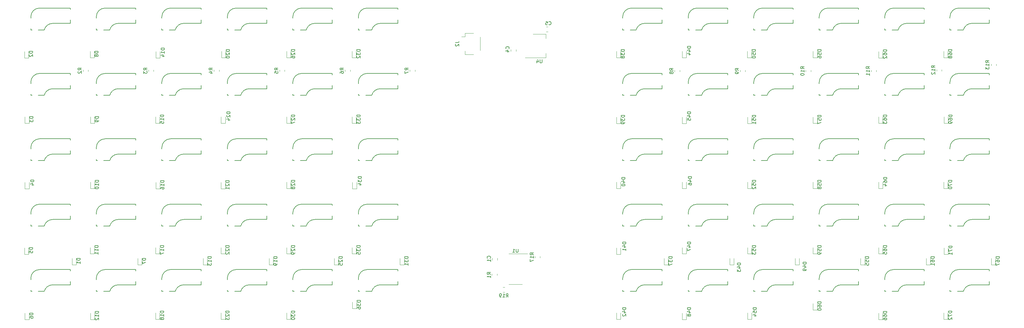
<source format=gbr>
%TF.GenerationSoftware,KiCad,Pcbnew,(6.0.10)*%
%TF.CreationDate,2023-07-28T11:59:27-04:00*%
%TF.ProjectId,storyboard,73746f72-7962-46f6-9172-642e6b696361,rev?*%
%TF.SameCoordinates,Original*%
%TF.FileFunction,Legend,Bot*%
%TF.FilePolarity,Positive*%
%FSLAX46Y46*%
G04 Gerber Fmt 4.6, Leading zero omitted, Abs format (unit mm)*
G04 Created by KiCad (PCBNEW (6.0.10)) date 2023-07-28 11:59:27*
%MOMM*%
%LPD*%
G01*
G04 APERTURE LIST*
%ADD10C,0.150000*%
%ADD11C,0.120000*%
G04 APERTURE END LIST*
D10*
%TO.C,R2*%
X79002380Y-62833333D02*
X78526190Y-62500000D01*
X79002380Y-62261904D02*
X78002380Y-62261904D01*
X78002380Y-62642857D01*
X78050000Y-62738095D01*
X78097619Y-62785714D01*
X78192857Y-62833333D01*
X78335714Y-62833333D01*
X78430952Y-62785714D01*
X78478571Y-62738095D01*
X78526190Y-62642857D01*
X78526190Y-62261904D01*
X78097619Y-63214285D02*
X78050000Y-63261904D01*
X78002380Y-63357142D01*
X78002380Y-63595238D01*
X78050000Y-63690476D01*
X78097619Y-63738095D01*
X78192857Y-63785714D01*
X78288095Y-63785714D01*
X78430952Y-63738095D01*
X79002380Y-63166666D01*
X79002380Y-63785714D01*
%TO.C,D19*%
X135752380Y-117085714D02*
X134752380Y-117085714D01*
X134752380Y-117323809D01*
X134800000Y-117466666D01*
X134895238Y-117561904D01*
X134990476Y-117609523D01*
X135180952Y-117657142D01*
X135323809Y-117657142D01*
X135514285Y-117609523D01*
X135609523Y-117561904D01*
X135704761Y-117466666D01*
X135752380Y-117323809D01*
X135752380Y-117085714D01*
X135752380Y-118609523D02*
X135752380Y-118038095D01*
X135752380Y-118323809D02*
X134752380Y-118323809D01*
X134895238Y-118228571D01*
X134990476Y-118133333D01*
X135038095Y-118038095D01*
X135752380Y-119085714D02*
X135752380Y-119276190D01*
X135704761Y-119371428D01*
X135657142Y-119419047D01*
X135514285Y-119514285D01*
X135323809Y-119561904D01*
X134942857Y-119561904D01*
X134847619Y-119514285D01*
X134800000Y-119466666D01*
X134752380Y-119371428D01*
X134752380Y-119180952D01*
X134800000Y-119085714D01*
X134847619Y-119038095D01*
X134942857Y-118990476D01*
X135180952Y-118990476D01*
X135276190Y-119038095D01*
X135323809Y-119085714D01*
X135371428Y-119180952D01*
X135371428Y-119371428D01*
X135323809Y-119466666D01*
X135276190Y-119514285D01*
X135180952Y-119561904D01*
%TO.C,R4*%
X117002380Y-62833333D02*
X116526190Y-62500000D01*
X117002380Y-62261904D02*
X116002380Y-62261904D01*
X116002380Y-62642857D01*
X116050000Y-62738095D01*
X116097619Y-62785714D01*
X116192857Y-62833333D01*
X116335714Y-62833333D01*
X116430952Y-62785714D01*
X116478571Y-62738095D01*
X116526190Y-62642857D01*
X116526190Y-62261904D01*
X116335714Y-63690476D02*
X117002380Y-63690476D01*
X115954761Y-63452380D02*
X116669047Y-63214285D01*
X116669047Y-63833333D01*
%TO.C,R3*%
X98002380Y-62833333D02*
X97526190Y-62500000D01*
X98002380Y-62261904D02*
X97002380Y-62261904D01*
X97002380Y-62642857D01*
X97050000Y-62738095D01*
X97097619Y-62785714D01*
X97192857Y-62833333D01*
X97335714Y-62833333D01*
X97430952Y-62785714D01*
X97478571Y-62738095D01*
X97526190Y-62642857D01*
X97526190Y-62261904D01*
X97002380Y-63166666D02*
X97002380Y-63785714D01*
X97383333Y-63452380D01*
X97383333Y-63595238D01*
X97430952Y-63690476D01*
X97478571Y-63738095D01*
X97573809Y-63785714D01*
X97811904Y-63785714D01*
X97907142Y-63738095D01*
X97954761Y-63690476D01*
X98002380Y-63595238D01*
X98002380Y-63309523D01*
X97954761Y-63214285D01*
X97907142Y-63166666D01*
%TO.C,D48*%
X255722380Y-131881714D02*
X254722380Y-131881714D01*
X254722380Y-132119809D01*
X254770000Y-132262666D01*
X254865238Y-132357904D01*
X254960476Y-132405523D01*
X255150952Y-132453142D01*
X255293809Y-132453142D01*
X255484285Y-132405523D01*
X255579523Y-132357904D01*
X255674761Y-132262666D01*
X255722380Y-132119809D01*
X255722380Y-131881714D01*
X255055714Y-133310285D02*
X255722380Y-133310285D01*
X254674761Y-133072190D02*
X255389047Y-132834095D01*
X255389047Y-133453142D01*
X255150952Y-133976952D02*
X255103333Y-133881714D01*
X255055714Y-133834095D01*
X254960476Y-133786476D01*
X254912857Y-133786476D01*
X254817619Y-133834095D01*
X254770000Y-133881714D01*
X254722380Y-133976952D01*
X254722380Y-134167428D01*
X254770000Y-134262666D01*
X254817619Y-134310285D01*
X254912857Y-134357904D01*
X254960476Y-134357904D01*
X255055714Y-134310285D01*
X255103333Y-134262666D01*
X255150952Y-134167428D01*
X255150952Y-133976952D01*
X255198571Y-133881714D01*
X255246190Y-133834095D01*
X255341428Y-133786476D01*
X255531904Y-133786476D01*
X255627142Y-133834095D01*
X255674761Y-133881714D01*
X255722380Y-133976952D01*
X255722380Y-134167428D01*
X255674761Y-134262666D01*
X255627142Y-134310285D01*
X255531904Y-134357904D01*
X255341428Y-134357904D01*
X255246190Y-134310285D01*
X255198571Y-134262666D01*
X255150952Y-134167428D01*
%TO.C,D14*%
X103068380Y-56443714D02*
X102068380Y-56443714D01*
X102068380Y-56681809D01*
X102116000Y-56824666D01*
X102211238Y-56919904D01*
X102306476Y-56967523D01*
X102496952Y-57015142D01*
X102639809Y-57015142D01*
X102830285Y-56967523D01*
X102925523Y-56919904D01*
X103020761Y-56824666D01*
X103068380Y-56681809D01*
X103068380Y-56443714D01*
X103068380Y-57967523D02*
X103068380Y-57396095D01*
X103068380Y-57681809D02*
X102068380Y-57681809D01*
X102211238Y-57586571D01*
X102306476Y-57491333D01*
X102354095Y-57396095D01*
X102401714Y-58824666D02*
X103068380Y-58824666D01*
X102020761Y-58586571D02*
X102735047Y-58348476D01*
X102735047Y-58967523D01*
%TO.C,D53*%
X274552380Y-113885714D02*
X273552380Y-113885714D01*
X273552380Y-114123809D01*
X273600000Y-114266666D01*
X273695238Y-114361904D01*
X273790476Y-114409523D01*
X273980952Y-114457142D01*
X274123809Y-114457142D01*
X274314285Y-114409523D01*
X274409523Y-114361904D01*
X274504761Y-114266666D01*
X274552380Y-114123809D01*
X274552380Y-113885714D01*
X273552380Y-115361904D02*
X273552380Y-114885714D01*
X274028571Y-114838095D01*
X273980952Y-114885714D01*
X273933333Y-114980952D01*
X273933333Y-115219047D01*
X273980952Y-115314285D01*
X274028571Y-115361904D01*
X274123809Y-115409523D01*
X274361904Y-115409523D01*
X274457142Y-115361904D01*
X274504761Y-115314285D01*
X274552380Y-115219047D01*
X274552380Y-114980952D01*
X274504761Y-114885714D01*
X274457142Y-114838095D01*
X273552380Y-115742857D02*
X273552380Y-116361904D01*
X273933333Y-116028571D01*
X273933333Y-116171428D01*
X273980952Y-116266666D01*
X274028571Y-116314285D01*
X274123809Y-116361904D01*
X274361904Y-116361904D01*
X274457142Y-116314285D01*
X274504761Y-116266666D01*
X274552380Y-116171428D01*
X274552380Y-115885714D01*
X274504761Y-115790476D01*
X274457142Y-115742857D01*
%TO.C,D43*%
X270200380Y-118927714D02*
X269200380Y-118927714D01*
X269200380Y-119165809D01*
X269248000Y-119308666D01*
X269343238Y-119403904D01*
X269438476Y-119451523D01*
X269628952Y-119499142D01*
X269771809Y-119499142D01*
X269962285Y-119451523D01*
X270057523Y-119403904D01*
X270152761Y-119308666D01*
X270200380Y-119165809D01*
X270200380Y-118927714D01*
X269533714Y-120356285D02*
X270200380Y-120356285D01*
X269152761Y-120118190D02*
X269867047Y-119880095D01*
X269867047Y-120499142D01*
X269200380Y-120784857D02*
X269200380Y-121403904D01*
X269581333Y-121070571D01*
X269581333Y-121213428D01*
X269628952Y-121308666D01*
X269676571Y-121356285D01*
X269771809Y-121403904D01*
X270009904Y-121403904D01*
X270105142Y-121356285D01*
X270152761Y-121308666D01*
X270200380Y-121213428D01*
X270200380Y-120927714D01*
X270152761Y-120832476D01*
X270105142Y-120784857D01*
%TO.C,D37*%
X250352380Y-117085714D02*
X249352380Y-117085714D01*
X249352380Y-117323809D01*
X249400000Y-117466666D01*
X249495238Y-117561904D01*
X249590476Y-117609523D01*
X249780952Y-117657142D01*
X249923809Y-117657142D01*
X250114285Y-117609523D01*
X250209523Y-117561904D01*
X250304761Y-117466666D01*
X250352380Y-117323809D01*
X250352380Y-117085714D01*
X249352380Y-117990476D02*
X249352380Y-118609523D01*
X249733333Y-118276190D01*
X249733333Y-118419047D01*
X249780952Y-118514285D01*
X249828571Y-118561904D01*
X249923809Y-118609523D01*
X250161904Y-118609523D01*
X250257142Y-118561904D01*
X250304761Y-118514285D01*
X250352380Y-118419047D01*
X250352380Y-118133333D01*
X250304761Y-118038095D01*
X250257142Y-117990476D01*
X249352380Y-118942857D02*
X249352380Y-119609523D01*
X250352380Y-119180952D01*
%TO.C,D64*%
X312618380Y-94035714D02*
X311618380Y-94035714D01*
X311618380Y-94273809D01*
X311666000Y-94416666D01*
X311761238Y-94511904D01*
X311856476Y-94559523D01*
X312046952Y-94607142D01*
X312189809Y-94607142D01*
X312380285Y-94559523D01*
X312475523Y-94511904D01*
X312570761Y-94416666D01*
X312618380Y-94273809D01*
X312618380Y-94035714D01*
X311618380Y-95464285D02*
X311618380Y-95273809D01*
X311666000Y-95178571D01*
X311713619Y-95130952D01*
X311856476Y-95035714D01*
X312046952Y-94988095D01*
X312427904Y-94988095D01*
X312523142Y-95035714D01*
X312570761Y-95083333D01*
X312618380Y-95178571D01*
X312618380Y-95369047D01*
X312570761Y-95464285D01*
X312523142Y-95511904D01*
X312427904Y-95559523D01*
X312189809Y-95559523D01*
X312094571Y-95511904D01*
X312046952Y-95464285D01*
X311999333Y-95369047D01*
X311999333Y-95178571D01*
X312046952Y-95083333D01*
X312094571Y-95035714D01*
X312189809Y-94988095D01*
X311951714Y-96416666D02*
X312618380Y-96416666D01*
X311570761Y-96178571D02*
X312285047Y-95940476D01*
X312285047Y-96559523D01*
%TO.C,D52*%
X274552380Y-94885714D02*
X273552380Y-94885714D01*
X273552380Y-95123809D01*
X273600000Y-95266666D01*
X273695238Y-95361904D01*
X273790476Y-95409523D01*
X273980952Y-95457142D01*
X274123809Y-95457142D01*
X274314285Y-95409523D01*
X274409523Y-95361904D01*
X274504761Y-95266666D01*
X274552380Y-95123809D01*
X274552380Y-94885714D01*
X273552380Y-96361904D02*
X273552380Y-95885714D01*
X274028571Y-95838095D01*
X273980952Y-95885714D01*
X273933333Y-95980952D01*
X273933333Y-96219047D01*
X273980952Y-96314285D01*
X274028571Y-96361904D01*
X274123809Y-96409523D01*
X274361904Y-96409523D01*
X274457142Y-96361904D01*
X274504761Y-96314285D01*
X274552380Y-96219047D01*
X274552380Y-95980952D01*
X274504761Y-95885714D01*
X274457142Y-95838095D01*
X273647619Y-96790476D02*
X273600000Y-96838095D01*
X273552380Y-96933333D01*
X273552380Y-97171428D01*
X273600000Y-97266666D01*
X273647619Y-97314285D01*
X273742857Y-97361904D01*
X273838095Y-97361904D01*
X273980952Y-97314285D01*
X274552380Y-96742857D01*
X274552380Y-97361904D01*
%TO.C,D71*%
X331552380Y-113985714D02*
X330552380Y-113985714D01*
X330552380Y-114223809D01*
X330600000Y-114366666D01*
X330695238Y-114461904D01*
X330790476Y-114509523D01*
X330980952Y-114557142D01*
X331123809Y-114557142D01*
X331314285Y-114509523D01*
X331409523Y-114461904D01*
X331504761Y-114366666D01*
X331552380Y-114223809D01*
X331552380Y-113985714D01*
X330552380Y-114890476D02*
X330552380Y-115557142D01*
X331552380Y-115128571D01*
X331552380Y-116461904D02*
X331552380Y-115890476D01*
X331552380Y-116176190D02*
X330552380Y-116176190D01*
X330695238Y-116080952D01*
X330790476Y-115985714D01*
X330838095Y-115890476D01*
%TO.C,D55*%
X307352380Y-117085714D02*
X306352380Y-117085714D01*
X306352380Y-117323809D01*
X306400000Y-117466666D01*
X306495238Y-117561904D01*
X306590476Y-117609523D01*
X306780952Y-117657142D01*
X306923809Y-117657142D01*
X307114285Y-117609523D01*
X307209523Y-117561904D01*
X307304761Y-117466666D01*
X307352380Y-117323809D01*
X307352380Y-117085714D01*
X306352380Y-118561904D02*
X306352380Y-118085714D01*
X306828571Y-118038095D01*
X306780952Y-118085714D01*
X306733333Y-118180952D01*
X306733333Y-118419047D01*
X306780952Y-118514285D01*
X306828571Y-118561904D01*
X306923809Y-118609523D01*
X307161904Y-118609523D01*
X307257142Y-118561904D01*
X307304761Y-118514285D01*
X307352380Y-118419047D01*
X307352380Y-118180952D01*
X307304761Y-118085714D01*
X307257142Y-118038095D01*
X306352380Y-119514285D02*
X306352380Y-119038095D01*
X306828571Y-118990476D01*
X306780952Y-119038095D01*
X306733333Y-119133333D01*
X306733333Y-119371428D01*
X306780952Y-119466666D01*
X306828571Y-119514285D01*
X306923809Y-119561904D01*
X307161904Y-119561904D01*
X307257142Y-119514285D01*
X307304761Y-119466666D01*
X307352380Y-119371428D01*
X307352380Y-119133333D01*
X307304761Y-119038095D01*
X307257142Y-118990476D01*
%TO.C,D27*%
X140852380Y-75885714D02*
X139852380Y-75885714D01*
X139852380Y-76123809D01*
X139900000Y-76266666D01*
X139995238Y-76361904D01*
X140090476Y-76409523D01*
X140280952Y-76457142D01*
X140423809Y-76457142D01*
X140614285Y-76409523D01*
X140709523Y-76361904D01*
X140804761Y-76266666D01*
X140852380Y-76123809D01*
X140852380Y-75885714D01*
X139947619Y-76838095D02*
X139900000Y-76885714D01*
X139852380Y-76980952D01*
X139852380Y-77219047D01*
X139900000Y-77314285D01*
X139947619Y-77361904D01*
X140042857Y-77409523D01*
X140138095Y-77409523D01*
X140280952Y-77361904D01*
X140852380Y-76790476D01*
X140852380Y-77409523D01*
X139852380Y-77742857D02*
X139852380Y-78409523D01*
X140852380Y-77980952D01*
%TO.C,R9*%
X269602380Y-62933333D02*
X269126190Y-62600000D01*
X269602380Y-62361904D02*
X268602380Y-62361904D01*
X268602380Y-62742857D01*
X268650000Y-62838095D01*
X268697619Y-62885714D01*
X268792857Y-62933333D01*
X268935714Y-62933333D01*
X269030952Y-62885714D01*
X269078571Y-62838095D01*
X269126190Y-62742857D01*
X269126190Y-62361904D01*
X269602380Y-63409523D02*
X269602380Y-63600000D01*
X269554761Y-63695238D01*
X269507142Y-63742857D01*
X269364285Y-63838095D01*
X269173809Y-63885714D01*
X268792857Y-63885714D01*
X268697619Y-63838095D01*
X268650000Y-63790476D01*
X268602380Y-63695238D01*
X268602380Y-63504761D01*
X268650000Y-63409523D01*
X268697619Y-63361904D01*
X268792857Y-63314285D01*
X269030952Y-63314285D01*
X269126190Y-63361904D01*
X269173809Y-63409523D01*
X269221428Y-63504761D01*
X269221428Y-63695238D01*
X269173809Y-63790476D01*
X269126190Y-63838095D01*
X269030952Y-63885714D01*
%TO.C,D51*%
X274552380Y-75985714D02*
X273552380Y-75985714D01*
X273552380Y-76223809D01*
X273600000Y-76366666D01*
X273695238Y-76461904D01*
X273790476Y-76509523D01*
X273980952Y-76557142D01*
X274123809Y-76557142D01*
X274314285Y-76509523D01*
X274409523Y-76461904D01*
X274504761Y-76366666D01*
X274552380Y-76223809D01*
X274552380Y-75985714D01*
X273552380Y-77461904D02*
X273552380Y-76985714D01*
X274028571Y-76938095D01*
X273980952Y-76985714D01*
X273933333Y-77080952D01*
X273933333Y-77319047D01*
X273980952Y-77414285D01*
X274028571Y-77461904D01*
X274123809Y-77509523D01*
X274361904Y-77509523D01*
X274457142Y-77461904D01*
X274504761Y-77414285D01*
X274552380Y-77319047D01*
X274552380Y-77080952D01*
X274504761Y-76985714D01*
X274457142Y-76938095D01*
X274552380Y-78461904D02*
X274552380Y-77890476D01*
X274552380Y-78176190D02*
X273552380Y-78176190D01*
X273695238Y-78080952D01*
X273790476Y-77985714D01*
X273838095Y-77890476D01*
%TO.C,D26*%
X140852380Y-56885714D02*
X139852380Y-56885714D01*
X139852380Y-57123809D01*
X139900000Y-57266666D01*
X139995238Y-57361904D01*
X140090476Y-57409523D01*
X140280952Y-57457142D01*
X140423809Y-57457142D01*
X140614285Y-57409523D01*
X140709523Y-57361904D01*
X140804761Y-57266666D01*
X140852380Y-57123809D01*
X140852380Y-56885714D01*
X139947619Y-57838095D02*
X139900000Y-57885714D01*
X139852380Y-57980952D01*
X139852380Y-58219047D01*
X139900000Y-58314285D01*
X139947619Y-58361904D01*
X140042857Y-58409523D01*
X140138095Y-58409523D01*
X140280952Y-58361904D01*
X140852380Y-57790476D01*
X140852380Y-58409523D01*
X139852380Y-59266666D02*
X139852380Y-59076190D01*
X139900000Y-58980952D01*
X139947619Y-58933333D01*
X140090476Y-58838095D01*
X140280952Y-58790476D01*
X140661904Y-58790476D01*
X140757142Y-58838095D01*
X140804761Y-58885714D01*
X140852380Y-58980952D01*
X140852380Y-59171428D01*
X140804761Y-59266666D01*
X140757142Y-59314285D01*
X140661904Y-59361904D01*
X140423809Y-59361904D01*
X140328571Y-59314285D01*
X140280952Y-59266666D01*
X140233333Y-59171428D01*
X140233333Y-58980952D01*
X140280952Y-58885714D01*
X140328571Y-58838095D01*
X140423809Y-58790476D01*
%TO.C,R10*%
X288602380Y-62457142D02*
X288126190Y-62123809D01*
X288602380Y-61885714D02*
X287602380Y-61885714D01*
X287602380Y-62266666D01*
X287650000Y-62361904D01*
X287697619Y-62409523D01*
X287792857Y-62457142D01*
X287935714Y-62457142D01*
X288030952Y-62409523D01*
X288078571Y-62361904D01*
X288126190Y-62266666D01*
X288126190Y-61885714D01*
X288602380Y-63409523D02*
X288602380Y-62838095D01*
X288602380Y-63123809D02*
X287602380Y-63123809D01*
X287745238Y-63028571D01*
X287840476Y-62933333D01*
X287888095Y-62838095D01*
X287602380Y-64028571D02*
X287602380Y-64123809D01*
X287650000Y-64219047D01*
X287697619Y-64266666D01*
X287792857Y-64314285D01*
X287983333Y-64361904D01*
X288221428Y-64361904D01*
X288411904Y-64314285D01*
X288507142Y-64266666D01*
X288554761Y-64219047D01*
X288602380Y-64123809D01*
X288602380Y-64028571D01*
X288554761Y-63933333D01*
X288507142Y-63885714D01*
X288411904Y-63838095D01*
X288221428Y-63790476D01*
X287983333Y-63790476D01*
X287792857Y-63838095D01*
X287697619Y-63885714D01*
X287650000Y-63933333D01*
X287602380Y-64028571D01*
%TO.C,R7*%
X173802380Y-62833333D02*
X173326190Y-62500000D01*
X173802380Y-62261904D02*
X172802380Y-62261904D01*
X172802380Y-62642857D01*
X172850000Y-62738095D01*
X172897619Y-62785714D01*
X172992857Y-62833333D01*
X173135714Y-62833333D01*
X173230952Y-62785714D01*
X173278571Y-62738095D01*
X173326190Y-62642857D01*
X173326190Y-62261904D01*
X172802380Y-63166666D02*
X172802380Y-63833333D01*
X173802380Y-63404761D01*
%TO.C,R5*%
X136002380Y-62833333D02*
X135526190Y-62500000D01*
X136002380Y-62261904D02*
X135002380Y-62261904D01*
X135002380Y-62642857D01*
X135050000Y-62738095D01*
X135097619Y-62785714D01*
X135192857Y-62833333D01*
X135335714Y-62833333D01*
X135430952Y-62785714D01*
X135478571Y-62738095D01*
X135526190Y-62642857D01*
X135526190Y-62261904D01*
X135002380Y-63738095D02*
X135002380Y-63261904D01*
X135478571Y-63214285D01*
X135430952Y-63261904D01*
X135383333Y-63357142D01*
X135383333Y-63595238D01*
X135430952Y-63690476D01*
X135478571Y-63738095D01*
X135573809Y-63785714D01*
X135811904Y-63785714D01*
X135907142Y-63738095D01*
X135954761Y-63690476D01*
X136002380Y-63595238D01*
X136002380Y-63357142D01*
X135954761Y-63261904D01*
X135907142Y-63214285D01*
%TO.C,D5*%
X64852380Y-114461904D02*
X63852380Y-114461904D01*
X63852380Y-114700000D01*
X63900000Y-114842857D01*
X63995238Y-114938095D01*
X64090476Y-114985714D01*
X64280952Y-115033333D01*
X64423809Y-115033333D01*
X64614285Y-114985714D01*
X64709523Y-114938095D01*
X64804761Y-114842857D01*
X64852380Y-114700000D01*
X64852380Y-114461904D01*
X63852380Y-115938095D02*
X63852380Y-115461904D01*
X64328571Y-115414285D01*
X64280952Y-115461904D01*
X64233333Y-115557142D01*
X64233333Y-115795238D01*
X64280952Y-115890476D01*
X64328571Y-115938095D01*
X64423809Y-115985714D01*
X64661904Y-115985714D01*
X64757142Y-115938095D01*
X64804761Y-115890476D01*
X64852380Y-115795238D01*
X64852380Y-115557142D01*
X64804761Y-115461904D01*
X64757142Y-115414285D01*
%TO.C,D60*%
X293552380Y-130185714D02*
X292552380Y-130185714D01*
X292552380Y-130423809D01*
X292600000Y-130566666D01*
X292695238Y-130661904D01*
X292790476Y-130709523D01*
X292980952Y-130757142D01*
X293123809Y-130757142D01*
X293314285Y-130709523D01*
X293409523Y-130661904D01*
X293504761Y-130566666D01*
X293552380Y-130423809D01*
X293552380Y-130185714D01*
X292552380Y-131614285D02*
X292552380Y-131423809D01*
X292600000Y-131328571D01*
X292647619Y-131280952D01*
X292790476Y-131185714D01*
X292980952Y-131138095D01*
X293361904Y-131138095D01*
X293457142Y-131185714D01*
X293504761Y-131233333D01*
X293552380Y-131328571D01*
X293552380Y-131519047D01*
X293504761Y-131614285D01*
X293457142Y-131661904D01*
X293361904Y-131709523D01*
X293123809Y-131709523D01*
X293028571Y-131661904D01*
X292980952Y-131614285D01*
X292933333Y-131519047D01*
X292933333Y-131328571D01*
X292980952Y-131233333D01*
X293028571Y-131185714D01*
X293123809Y-131138095D01*
X292552380Y-132328571D02*
X292552380Y-132423809D01*
X292600000Y-132519047D01*
X292647619Y-132566666D01*
X292742857Y-132614285D01*
X292933333Y-132661904D01*
X293171428Y-132661904D01*
X293361904Y-132614285D01*
X293457142Y-132566666D01*
X293504761Y-132519047D01*
X293552380Y-132423809D01*
X293552380Y-132328571D01*
X293504761Y-132233333D01*
X293457142Y-132185714D01*
X293361904Y-132138095D01*
X293171428Y-132090476D01*
X292933333Y-132090476D01*
X292742857Y-132138095D01*
X292647619Y-132185714D01*
X292600000Y-132233333D01*
X292552380Y-132328571D01*
%TO.C,D1*%
X78652380Y-117561904D02*
X77652380Y-117561904D01*
X77652380Y-117800000D01*
X77700000Y-117942857D01*
X77795238Y-118038095D01*
X77890476Y-118085714D01*
X78080952Y-118133333D01*
X78223809Y-118133333D01*
X78414285Y-118085714D01*
X78509523Y-118038095D01*
X78604761Y-117942857D01*
X78652380Y-117800000D01*
X78652380Y-117561904D01*
X78652380Y-119085714D02*
X78652380Y-118514285D01*
X78652380Y-118800000D02*
X77652380Y-118800000D01*
X77795238Y-118704761D01*
X77890476Y-118609523D01*
X77938095Y-118514285D01*
%TO.C,C1*%
X197557142Y-117533333D02*
X197604761Y-117485714D01*
X197652380Y-117342857D01*
X197652380Y-117247619D01*
X197604761Y-117104761D01*
X197509523Y-117009523D01*
X197414285Y-116961904D01*
X197223809Y-116914285D01*
X197080952Y-116914285D01*
X196890476Y-116961904D01*
X196795238Y-117009523D01*
X196700000Y-117104761D01*
X196652380Y-117247619D01*
X196652380Y-117342857D01*
X196700000Y-117485714D01*
X196747619Y-117533333D01*
X197652380Y-118485714D02*
X197652380Y-117914285D01*
X197652380Y-118200000D02*
X196652380Y-118200000D01*
X196795238Y-118104761D01*
X196890476Y-118009523D01*
X196938095Y-117914285D01*
%TO.C,D25*%
X154652380Y-117085714D02*
X153652380Y-117085714D01*
X153652380Y-117323809D01*
X153700000Y-117466666D01*
X153795238Y-117561904D01*
X153890476Y-117609523D01*
X154080952Y-117657142D01*
X154223809Y-117657142D01*
X154414285Y-117609523D01*
X154509523Y-117561904D01*
X154604761Y-117466666D01*
X154652380Y-117323809D01*
X154652380Y-117085714D01*
X153747619Y-118038095D02*
X153700000Y-118085714D01*
X153652380Y-118180952D01*
X153652380Y-118419047D01*
X153700000Y-118514285D01*
X153747619Y-118561904D01*
X153842857Y-118609523D01*
X153938095Y-118609523D01*
X154080952Y-118561904D01*
X154652380Y-117990476D01*
X154652380Y-118609523D01*
X153652380Y-119514285D02*
X153652380Y-119038095D01*
X154128571Y-118990476D01*
X154080952Y-119038095D01*
X154033333Y-119133333D01*
X154033333Y-119371428D01*
X154080952Y-119466666D01*
X154128571Y-119514285D01*
X154223809Y-119561904D01*
X154461904Y-119561904D01*
X154557142Y-119514285D01*
X154604761Y-119466666D01*
X154652380Y-119371428D01*
X154652380Y-119133333D01*
X154604761Y-119038095D01*
X154557142Y-118990476D01*
%TO.C,D30*%
X140852380Y-132885714D02*
X139852380Y-132885714D01*
X139852380Y-133123809D01*
X139900000Y-133266666D01*
X139995238Y-133361904D01*
X140090476Y-133409523D01*
X140280952Y-133457142D01*
X140423809Y-133457142D01*
X140614285Y-133409523D01*
X140709523Y-133361904D01*
X140804761Y-133266666D01*
X140852380Y-133123809D01*
X140852380Y-132885714D01*
X139852380Y-133790476D02*
X139852380Y-134409523D01*
X140233333Y-134076190D01*
X140233333Y-134219047D01*
X140280952Y-134314285D01*
X140328571Y-134361904D01*
X140423809Y-134409523D01*
X140661904Y-134409523D01*
X140757142Y-134361904D01*
X140804761Y-134314285D01*
X140852380Y-134219047D01*
X140852380Y-133933333D01*
X140804761Y-133838095D01*
X140757142Y-133790476D01*
X139852380Y-135028571D02*
X139852380Y-135123809D01*
X139900000Y-135219047D01*
X139947619Y-135266666D01*
X140042857Y-135314285D01*
X140233333Y-135361904D01*
X140471428Y-135361904D01*
X140661904Y-135314285D01*
X140757142Y-135266666D01*
X140804761Y-135219047D01*
X140852380Y-135123809D01*
X140852380Y-135028571D01*
X140804761Y-134933333D01*
X140757142Y-134885714D01*
X140661904Y-134838095D01*
X140471428Y-134790476D01*
X140233333Y-134790476D01*
X140042857Y-134838095D01*
X139947619Y-134885714D01*
X139900000Y-134933333D01*
X139852380Y-135028571D01*
%TO.C,R17*%
X210102380Y-116547142D02*
X209626190Y-116213809D01*
X210102380Y-115975714D02*
X209102380Y-115975714D01*
X209102380Y-116356666D01*
X209150000Y-116451904D01*
X209197619Y-116499523D01*
X209292857Y-116547142D01*
X209435714Y-116547142D01*
X209530952Y-116499523D01*
X209578571Y-116451904D01*
X209626190Y-116356666D01*
X209626190Y-115975714D01*
X210102380Y-117499523D02*
X210102380Y-116928095D01*
X210102380Y-117213809D02*
X209102380Y-117213809D01*
X209245238Y-117118571D01*
X209340476Y-117023333D01*
X209388095Y-116928095D01*
X209102380Y-117832857D02*
X209102380Y-118499523D01*
X210102380Y-118070952D01*
%TO.C,D2*%
X64852380Y-57411904D02*
X63852380Y-57411904D01*
X63852380Y-57650000D01*
X63900000Y-57792857D01*
X63995238Y-57888095D01*
X64090476Y-57935714D01*
X64280952Y-57983333D01*
X64423809Y-57983333D01*
X64614285Y-57935714D01*
X64709523Y-57888095D01*
X64804761Y-57792857D01*
X64852380Y-57650000D01*
X64852380Y-57411904D01*
X63947619Y-58364285D02*
X63900000Y-58411904D01*
X63852380Y-58507142D01*
X63852380Y-58745238D01*
X63900000Y-58840476D01*
X63947619Y-58888095D01*
X64042857Y-58935714D01*
X64138095Y-58935714D01*
X64280952Y-58888095D01*
X64852380Y-58316666D01*
X64852380Y-58935714D01*
%TO.C,D23*%
X121852380Y-132885714D02*
X120852380Y-132885714D01*
X120852380Y-133123809D01*
X120900000Y-133266666D01*
X120995238Y-133361904D01*
X121090476Y-133409523D01*
X121280952Y-133457142D01*
X121423809Y-133457142D01*
X121614285Y-133409523D01*
X121709523Y-133361904D01*
X121804761Y-133266666D01*
X121852380Y-133123809D01*
X121852380Y-132885714D01*
X120947619Y-133838095D02*
X120900000Y-133885714D01*
X120852380Y-133980952D01*
X120852380Y-134219047D01*
X120900000Y-134314285D01*
X120947619Y-134361904D01*
X121042857Y-134409523D01*
X121138095Y-134409523D01*
X121280952Y-134361904D01*
X121852380Y-133790476D01*
X121852380Y-134409523D01*
X120852380Y-134742857D02*
X120852380Y-135361904D01*
X121233333Y-135028571D01*
X121233333Y-135171428D01*
X121280952Y-135266666D01*
X121328571Y-135314285D01*
X121423809Y-135361904D01*
X121661904Y-135361904D01*
X121757142Y-135314285D01*
X121804761Y-135266666D01*
X121852380Y-135171428D01*
X121852380Y-134885714D01*
X121804761Y-134790476D01*
X121757142Y-134742857D01*
%TO.C,C5*%
X214566666Y-49607142D02*
X214614285Y-49654761D01*
X214757142Y-49702380D01*
X214852380Y-49702380D01*
X214995238Y-49654761D01*
X215090476Y-49559523D01*
X215138095Y-49464285D01*
X215185714Y-49273809D01*
X215185714Y-49130952D01*
X215138095Y-48940476D01*
X215090476Y-48845238D01*
X214995238Y-48750000D01*
X214852380Y-48702380D01*
X214757142Y-48702380D01*
X214614285Y-48750000D01*
X214566666Y-48797619D01*
X213661904Y-48702380D02*
X214138095Y-48702380D01*
X214185714Y-49178571D01*
X214138095Y-49130952D01*
X214042857Y-49083333D01*
X213804761Y-49083333D01*
X213709523Y-49130952D01*
X213661904Y-49178571D01*
X213614285Y-49273809D01*
X213614285Y-49511904D01*
X213661904Y-49607142D01*
X213709523Y-49654761D01*
X213804761Y-49702380D01*
X214042857Y-49702380D01*
X214138095Y-49654761D01*
X214185714Y-49607142D01*
%TO.C,R13*%
X342252380Y-60657142D02*
X341776190Y-60323809D01*
X342252380Y-60085714D02*
X341252380Y-60085714D01*
X341252380Y-60466666D01*
X341300000Y-60561904D01*
X341347619Y-60609523D01*
X341442857Y-60657142D01*
X341585714Y-60657142D01*
X341680952Y-60609523D01*
X341728571Y-60561904D01*
X341776190Y-60466666D01*
X341776190Y-60085714D01*
X342252380Y-61609523D02*
X342252380Y-61038095D01*
X342252380Y-61323809D02*
X341252380Y-61323809D01*
X341395238Y-61228571D01*
X341490476Y-61133333D01*
X341538095Y-61038095D01*
X341252380Y-61942857D02*
X341252380Y-62561904D01*
X341633333Y-62228571D01*
X341633333Y-62371428D01*
X341680952Y-62466666D01*
X341728571Y-62514285D01*
X341823809Y-62561904D01*
X342061904Y-62561904D01*
X342157142Y-62514285D01*
X342204761Y-62466666D01*
X342252380Y-62371428D01*
X342252380Y-62085714D01*
X342204761Y-61990476D01*
X342157142Y-61942857D01*
%TO.C,R8*%
X250602380Y-62933333D02*
X250126190Y-62600000D01*
X250602380Y-62361904D02*
X249602380Y-62361904D01*
X249602380Y-62742857D01*
X249650000Y-62838095D01*
X249697619Y-62885714D01*
X249792857Y-62933333D01*
X249935714Y-62933333D01*
X250030952Y-62885714D01*
X250078571Y-62838095D01*
X250126190Y-62742857D01*
X250126190Y-62361904D01*
X250030952Y-63504761D02*
X249983333Y-63409523D01*
X249935714Y-63361904D01*
X249840476Y-63314285D01*
X249792857Y-63314285D01*
X249697619Y-63361904D01*
X249650000Y-63409523D01*
X249602380Y-63504761D01*
X249602380Y-63695238D01*
X249650000Y-63790476D01*
X249697619Y-63838095D01*
X249792857Y-63885714D01*
X249840476Y-63885714D01*
X249935714Y-63838095D01*
X249983333Y-63790476D01*
X250030952Y-63695238D01*
X250030952Y-63504761D01*
X250078571Y-63409523D01*
X250126190Y-63361904D01*
X250221428Y-63314285D01*
X250411904Y-63314285D01*
X250507142Y-63361904D01*
X250554761Y-63409523D01*
X250602380Y-63504761D01*
X250602380Y-63695238D01*
X250554761Y-63790476D01*
X250507142Y-63838095D01*
X250411904Y-63885714D01*
X250221428Y-63885714D01*
X250126190Y-63838095D01*
X250078571Y-63790476D01*
X250030952Y-63695238D01*
%TO.C,D16*%
X102952380Y-94985714D02*
X101952380Y-94985714D01*
X101952380Y-95223809D01*
X102000000Y-95366666D01*
X102095238Y-95461904D01*
X102190476Y-95509523D01*
X102380952Y-95557142D01*
X102523809Y-95557142D01*
X102714285Y-95509523D01*
X102809523Y-95461904D01*
X102904761Y-95366666D01*
X102952380Y-95223809D01*
X102952380Y-94985714D01*
X102952380Y-96509523D02*
X102952380Y-95938095D01*
X102952380Y-96223809D02*
X101952380Y-96223809D01*
X102095238Y-96128571D01*
X102190476Y-96033333D01*
X102238095Y-95938095D01*
X101952380Y-97366666D02*
X101952380Y-97176190D01*
X102000000Y-97080952D01*
X102047619Y-97033333D01*
X102190476Y-96938095D01*
X102380952Y-96890476D01*
X102761904Y-96890476D01*
X102857142Y-96938095D01*
X102904761Y-96985714D01*
X102952380Y-97080952D01*
X102952380Y-97271428D01*
X102904761Y-97366666D01*
X102857142Y-97414285D01*
X102761904Y-97461904D01*
X102523809Y-97461904D01*
X102428571Y-97414285D01*
X102380952Y-97366666D01*
X102333333Y-97271428D01*
X102333333Y-97080952D01*
X102380952Y-96985714D01*
X102428571Y-96938095D01*
X102523809Y-96890476D01*
%TO.C,D18*%
X102852380Y-132885714D02*
X101852380Y-132885714D01*
X101852380Y-133123809D01*
X101900000Y-133266666D01*
X101995238Y-133361904D01*
X102090476Y-133409523D01*
X102280952Y-133457142D01*
X102423809Y-133457142D01*
X102614285Y-133409523D01*
X102709523Y-133361904D01*
X102804761Y-133266666D01*
X102852380Y-133123809D01*
X102852380Y-132885714D01*
X102852380Y-134409523D02*
X102852380Y-133838095D01*
X102852380Y-134123809D02*
X101852380Y-134123809D01*
X101995238Y-134028571D01*
X102090476Y-133933333D01*
X102138095Y-133838095D01*
X102280952Y-134980952D02*
X102233333Y-134885714D01*
X102185714Y-134838095D01*
X102090476Y-134790476D01*
X102042857Y-134790476D01*
X101947619Y-134838095D01*
X101900000Y-134885714D01*
X101852380Y-134980952D01*
X101852380Y-135171428D01*
X101900000Y-135266666D01*
X101947619Y-135314285D01*
X102042857Y-135361904D01*
X102090476Y-135361904D01*
X102185714Y-135314285D01*
X102233333Y-135266666D01*
X102280952Y-135171428D01*
X102280952Y-134980952D01*
X102328571Y-134885714D01*
X102376190Y-134838095D01*
X102471428Y-134790476D01*
X102661904Y-134790476D01*
X102757142Y-134838095D01*
X102804761Y-134885714D01*
X102852380Y-134980952D01*
X102852380Y-135171428D01*
X102804761Y-135266666D01*
X102757142Y-135314285D01*
X102661904Y-135361904D01*
X102471428Y-135361904D01*
X102376190Y-135314285D01*
X102328571Y-135266666D01*
X102280952Y-135171428D01*
%TO.C,D3*%
X64952380Y-76361904D02*
X63952380Y-76361904D01*
X63952380Y-76600000D01*
X64000000Y-76742857D01*
X64095238Y-76838095D01*
X64190476Y-76885714D01*
X64380952Y-76933333D01*
X64523809Y-76933333D01*
X64714285Y-76885714D01*
X64809523Y-76838095D01*
X64904761Y-76742857D01*
X64952380Y-76600000D01*
X64952380Y-76361904D01*
X63952380Y-77266666D02*
X63952380Y-77885714D01*
X64333333Y-77552380D01*
X64333333Y-77695238D01*
X64380952Y-77790476D01*
X64428571Y-77838095D01*
X64523809Y-77885714D01*
X64761904Y-77885714D01*
X64857142Y-77838095D01*
X64904761Y-77790476D01*
X64952380Y-77695238D01*
X64952380Y-77409523D01*
X64904761Y-77314285D01*
X64857142Y-77266666D01*
%TO.C,R19*%
X202142857Y-128852380D02*
X202476190Y-128376190D01*
X202714285Y-128852380D02*
X202714285Y-127852380D01*
X202333333Y-127852380D01*
X202238095Y-127900000D01*
X202190476Y-127947619D01*
X202142857Y-128042857D01*
X202142857Y-128185714D01*
X202190476Y-128280952D01*
X202238095Y-128328571D01*
X202333333Y-128376190D01*
X202714285Y-128376190D01*
X201190476Y-128852380D02*
X201761904Y-128852380D01*
X201476190Y-128852380D02*
X201476190Y-127852380D01*
X201571428Y-127995238D01*
X201666666Y-128090476D01*
X201761904Y-128138095D01*
X200714285Y-128852380D02*
X200523809Y-128852380D01*
X200428571Y-128804761D01*
X200380952Y-128757142D01*
X200285714Y-128614285D01*
X200238095Y-128423809D01*
X200238095Y-128042857D01*
X200285714Y-127947619D01*
X200333333Y-127900000D01*
X200428571Y-127852380D01*
X200619047Y-127852380D01*
X200714285Y-127900000D01*
X200761904Y-127947619D01*
X200809523Y-128042857D01*
X200809523Y-128280952D01*
X200761904Y-128376190D01*
X200714285Y-128423809D01*
X200619047Y-128471428D01*
X200428571Y-128471428D01*
X200333333Y-128423809D01*
X200285714Y-128376190D01*
X200238095Y-128280952D01*
%TO.C,C4*%
X202957142Y-56633333D02*
X203004761Y-56585714D01*
X203052380Y-56442857D01*
X203052380Y-56347619D01*
X203004761Y-56204761D01*
X202909523Y-56109523D01*
X202814285Y-56061904D01*
X202623809Y-56014285D01*
X202480952Y-56014285D01*
X202290476Y-56061904D01*
X202195238Y-56109523D01*
X202100000Y-56204761D01*
X202052380Y-56347619D01*
X202052380Y-56442857D01*
X202100000Y-56585714D01*
X202147619Y-56633333D01*
X202385714Y-57490476D02*
X203052380Y-57490476D01*
X202004761Y-57252380D02*
X202719047Y-57014285D01*
X202719047Y-57633333D01*
%TO.C,D67*%
X345252380Y-117085714D02*
X344252380Y-117085714D01*
X344252380Y-117323809D01*
X344300000Y-117466666D01*
X344395238Y-117561904D01*
X344490476Y-117609523D01*
X344680952Y-117657142D01*
X344823809Y-117657142D01*
X345014285Y-117609523D01*
X345109523Y-117561904D01*
X345204761Y-117466666D01*
X345252380Y-117323809D01*
X345252380Y-117085714D01*
X344252380Y-118514285D02*
X344252380Y-118323809D01*
X344300000Y-118228571D01*
X344347619Y-118180952D01*
X344490476Y-118085714D01*
X344680952Y-118038095D01*
X345061904Y-118038095D01*
X345157142Y-118085714D01*
X345204761Y-118133333D01*
X345252380Y-118228571D01*
X345252380Y-118419047D01*
X345204761Y-118514285D01*
X345157142Y-118561904D01*
X345061904Y-118609523D01*
X344823809Y-118609523D01*
X344728571Y-118561904D01*
X344680952Y-118514285D01*
X344633333Y-118419047D01*
X344633333Y-118228571D01*
X344680952Y-118133333D01*
X344728571Y-118085714D01*
X344823809Y-118038095D01*
X344252380Y-118942857D02*
X344252380Y-119609523D01*
X345252380Y-119180952D01*
%TO.C,D31*%
X173752380Y-117085714D02*
X172752380Y-117085714D01*
X172752380Y-117323809D01*
X172800000Y-117466666D01*
X172895238Y-117561904D01*
X172990476Y-117609523D01*
X173180952Y-117657142D01*
X173323809Y-117657142D01*
X173514285Y-117609523D01*
X173609523Y-117561904D01*
X173704761Y-117466666D01*
X173752380Y-117323809D01*
X173752380Y-117085714D01*
X172752380Y-117990476D02*
X172752380Y-118609523D01*
X173133333Y-118276190D01*
X173133333Y-118419047D01*
X173180952Y-118514285D01*
X173228571Y-118561904D01*
X173323809Y-118609523D01*
X173561904Y-118609523D01*
X173657142Y-118561904D01*
X173704761Y-118514285D01*
X173752380Y-118419047D01*
X173752380Y-118133333D01*
X173704761Y-118038095D01*
X173657142Y-117990476D01*
X173752380Y-119561904D02*
X173752380Y-118990476D01*
X173752380Y-119276190D02*
X172752380Y-119276190D01*
X172895238Y-119180952D01*
X172990476Y-119085714D01*
X173038095Y-118990476D01*
%TO.C,D10*%
X83952380Y-94885714D02*
X82952380Y-94885714D01*
X82952380Y-95123809D01*
X83000000Y-95266666D01*
X83095238Y-95361904D01*
X83190476Y-95409523D01*
X83380952Y-95457142D01*
X83523809Y-95457142D01*
X83714285Y-95409523D01*
X83809523Y-95361904D01*
X83904761Y-95266666D01*
X83952380Y-95123809D01*
X83952380Y-94885714D01*
X83952380Y-96409523D02*
X83952380Y-95838095D01*
X83952380Y-96123809D02*
X82952380Y-96123809D01*
X83095238Y-96028571D01*
X83190476Y-95933333D01*
X83238095Y-95838095D01*
X82952380Y-97028571D02*
X82952380Y-97123809D01*
X83000000Y-97219047D01*
X83047619Y-97266666D01*
X83142857Y-97314285D01*
X83333333Y-97361904D01*
X83571428Y-97361904D01*
X83761904Y-97314285D01*
X83857142Y-97266666D01*
X83904761Y-97219047D01*
X83952380Y-97123809D01*
X83952380Y-97028571D01*
X83904761Y-96933333D01*
X83857142Y-96885714D01*
X83761904Y-96838095D01*
X83571428Y-96790476D01*
X83333333Y-96790476D01*
X83142857Y-96838095D01*
X83047619Y-96885714D01*
X83000000Y-96933333D01*
X82952380Y-97028571D01*
%TO.C,D6*%
X64952380Y-133461904D02*
X63952380Y-133461904D01*
X63952380Y-133700000D01*
X64000000Y-133842857D01*
X64095238Y-133938095D01*
X64190476Y-133985714D01*
X64380952Y-134033333D01*
X64523809Y-134033333D01*
X64714285Y-133985714D01*
X64809523Y-133938095D01*
X64904761Y-133842857D01*
X64952380Y-133700000D01*
X64952380Y-133461904D01*
X63952380Y-134890476D02*
X63952380Y-134700000D01*
X64000000Y-134604761D01*
X64047619Y-134557142D01*
X64190476Y-134461904D01*
X64380952Y-134414285D01*
X64761904Y-134414285D01*
X64857142Y-134461904D01*
X64904761Y-134509523D01*
X64952380Y-134604761D01*
X64952380Y-134795238D01*
X64904761Y-134890476D01*
X64857142Y-134938095D01*
X64761904Y-134985714D01*
X64523809Y-134985714D01*
X64428571Y-134938095D01*
X64380952Y-134890476D01*
X64333333Y-134795238D01*
X64333333Y-134604761D01*
X64380952Y-134509523D01*
X64428571Y-134461904D01*
X64523809Y-134414285D01*
%TO.C,R1*%
X197652380Y-122233333D02*
X197176190Y-121900000D01*
X197652380Y-121661904D02*
X196652380Y-121661904D01*
X196652380Y-122042857D01*
X196700000Y-122138095D01*
X196747619Y-122185714D01*
X196842857Y-122233333D01*
X196985714Y-122233333D01*
X197080952Y-122185714D01*
X197128571Y-122138095D01*
X197176190Y-122042857D01*
X197176190Y-121661904D01*
X197652380Y-123185714D02*
X197652380Y-122614285D01*
X197652380Y-122900000D02*
X196652380Y-122900000D01*
X196795238Y-122804761D01*
X196890476Y-122709523D01*
X196938095Y-122614285D01*
%TO.C,D65*%
X312552380Y-113885714D02*
X311552380Y-113885714D01*
X311552380Y-114123809D01*
X311600000Y-114266666D01*
X311695238Y-114361904D01*
X311790476Y-114409523D01*
X311980952Y-114457142D01*
X312123809Y-114457142D01*
X312314285Y-114409523D01*
X312409523Y-114361904D01*
X312504761Y-114266666D01*
X312552380Y-114123809D01*
X312552380Y-113885714D01*
X311552380Y-115314285D02*
X311552380Y-115123809D01*
X311600000Y-115028571D01*
X311647619Y-114980952D01*
X311790476Y-114885714D01*
X311980952Y-114838095D01*
X312361904Y-114838095D01*
X312457142Y-114885714D01*
X312504761Y-114933333D01*
X312552380Y-115028571D01*
X312552380Y-115219047D01*
X312504761Y-115314285D01*
X312457142Y-115361904D01*
X312361904Y-115409523D01*
X312123809Y-115409523D01*
X312028571Y-115361904D01*
X311980952Y-115314285D01*
X311933333Y-115219047D01*
X311933333Y-115028571D01*
X311980952Y-114933333D01*
X312028571Y-114885714D01*
X312123809Y-114838095D01*
X311552380Y-116314285D02*
X311552380Y-115838095D01*
X312028571Y-115790476D01*
X311980952Y-115838095D01*
X311933333Y-115933333D01*
X311933333Y-116171428D01*
X311980952Y-116266666D01*
X312028571Y-116314285D01*
X312123809Y-116361904D01*
X312361904Y-116361904D01*
X312457142Y-116314285D01*
X312504761Y-116266666D01*
X312552380Y-116171428D01*
X312552380Y-115933333D01*
X312504761Y-115838095D01*
X312457142Y-115790476D01*
%TO.C,D70*%
X331452380Y-94885714D02*
X330452380Y-94885714D01*
X330452380Y-95123809D01*
X330500000Y-95266666D01*
X330595238Y-95361904D01*
X330690476Y-95409523D01*
X330880952Y-95457142D01*
X331023809Y-95457142D01*
X331214285Y-95409523D01*
X331309523Y-95361904D01*
X331404761Y-95266666D01*
X331452380Y-95123809D01*
X331452380Y-94885714D01*
X330452380Y-95790476D02*
X330452380Y-96457142D01*
X331452380Y-96028571D01*
X330452380Y-97028571D02*
X330452380Y-97123809D01*
X330500000Y-97219047D01*
X330547619Y-97266666D01*
X330642857Y-97314285D01*
X330833333Y-97361904D01*
X331071428Y-97361904D01*
X331261904Y-97314285D01*
X331357142Y-97266666D01*
X331404761Y-97219047D01*
X331452380Y-97123809D01*
X331452380Y-97028571D01*
X331404761Y-96933333D01*
X331357142Y-96885714D01*
X331261904Y-96838095D01*
X331071428Y-96790476D01*
X330833333Y-96790476D01*
X330642857Y-96838095D01*
X330547619Y-96885714D01*
X330500000Y-96933333D01*
X330452380Y-97028571D01*
%TO.C,D69*%
X331552380Y-75885714D02*
X330552380Y-75885714D01*
X330552380Y-76123809D01*
X330600000Y-76266666D01*
X330695238Y-76361904D01*
X330790476Y-76409523D01*
X330980952Y-76457142D01*
X331123809Y-76457142D01*
X331314285Y-76409523D01*
X331409523Y-76361904D01*
X331504761Y-76266666D01*
X331552380Y-76123809D01*
X331552380Y-75885714D01*
X330552380Y-77314285D02*
X330552380Y-77123809D01*
X330600000Y-77028571D01*
X330647619Y-76980952D01*
X330790476Y-76885714D01*
X330980952Y-76838095D01*
X331361904Y-76838095D01*
X331457142Y-76885714D01*
X331504761Y-76933333D01*
X331552380Y-77028571D01*
X331552380Y-77219047D01*
X331504761Y-77314285D01*
X331457142Y-77361904D01*
X331361904Y-77409523D01*
X331123809Y-77409523D01*
X331028571Y-77361904D01*
X330980952Y-77314285D01*
X330933333Y-77219047D01*
X330933333Y-77028571D01*
X330980952Y-76933333D01*
X331028571Y-76885714D01*
X331123809Y-76838095D01*
X331552380Y-77885714D02*
X331552380Y-78076190D01*
X331504761Y-78171428D01*
X331457142Y-78219047D01*
X331314285Y-78314285D01*
X331123809Y-78361904D01*
X330742857Y-78361904D01*
X330647619Y-78314285D01*
X330600000Y-78266666D01*
X330552380Y-78171428D01*
X330552380Y-77980952D01*
X330600000Y-77885714D01*
X330647619Y-77838095D01*
X330742857Y-77790476D01*
X330980952Y-77790476D01*
X331076190Y-77838095D01*
X331123809Y-77885714D01*
X331171428Y-77980952D01*
X331171428Y-78171428D01*
X331123809Y-78266666D01*
X331076190Y-78314285D01*
X330980952Y-78361904D01*
%TO.C,D44*%
X255722380Y-55935714D02*
X254722380Y-55935714D01*
X254722380Y-56173809D01*
X254770000Y-56316666D01*
X254865238Y-56411904D01*
X254960476Y-56459523D01*
X255150952Y-56507142D01*
X255293809Y-56507142D01*
X255484285Y-56459523D01*
X255579523Y-56411904D01*
X255674761Y-56316666D01*
X255722380Y-56173809D01*
X255722380Y-55935714D01*
X255055714Y-57364285D02*
X255722380Y-57364285D01*
X254674761Y-57126190D02*
X255389047Y-56888095D01*
X255389047Y-57507142D01*
X255055714Y-58316666D02*
X255722380Y-58316666D01*
X254674761Y-58078571D02*
X255389047Y-57840476D01*
X255389047Y-58459523D01*
%TO.C,D41*%
X236926380Y-112831714D02*
X235926380Y-112831714D01*
X235926380Y-113069809D01*
X235974000Y-113212666D01*
X236069238Y-113307904D01*
X236164476Y-113355523D01*
X236354952Y-113403142D01*
X236497809Y-113403142D01*
X236688285Y-113355523D01*
X236783523Y-113307904D01*
X236878761Y-113212666D01*
X236926380Y-113069809D01*
X236926380Y-112831714D01*
X236259714Y-114260285D02*
X236926380Y-114260285D01*
X235878761Y-114022190D02*
X236593047Y-113784095D01*
X236593047Y-114403142D01*
X236926380Y-115307904D02*
X236926380Y-114736476D01*
X236926380Y-115022190D02*
X235926380Y-115022190D01*
X236069238Y-114926952D01*
X236164476Y-114831714D01*
X236212095Y-114736476D01*
%TO.C,D72*%
X331452380Y-132885714D02*
X330452380Y-132885714D01*
X330452380Y-133123809D01*
X330500000Y-133266666D01*
X330595238Y-133361904D01*
X330690476Y-133409523D01*
X330880952Y-133457142D01*
X331023809Y-133457142D01*
X331214285Y-133409523D01*
X331309523Y-133361904D01*
X331404761Y-133266666D01*
X331452380Y-133123809D01*
X331452380Y-132885714D01*
X330452380Y-133790476D02*
X330452380Y-134457142D01*
X331452380Y-134028571D01*
X330547619Y-134790476D02*
X330500000Y-134838095D01*
X330452380Y-134933333D01*
X330452380Y-135171428D01*
X330500000Y-135266666D01*
X330547619Y-135314285D01*
X330642857Y-135361904D01*
X330738095Y-135361904D01*
X330880952Y-135314285D01*
X331452380Y-134742857D01*
X331452380Y-135361904D01*
%TO.C,D68*%
X331452380Y-56885714D02*
X330452380Y-56885714D01*
X330452380Y-57123809D01*
X330500000Y-57266666D01*
X330595238Y-57361904D01*
X330690476Y-57409523D01*
X330880952Y-57457142D01*
X331023809Y-57457142D01*
X331214285Y-57409523D01*
X331309523Y-57361904D01*
X331404761Y-57266666D01*
X331452380Y-57123809D01*
X331452380Y-56885714D01*
X330452380Y-58314285D02*
X330452380Y-58123809D01*
X330500000Y-58028571D01*
X330547619Y-57980952D01*
X330690476Y-57885714D01*
X330880952Y-57838095D01*
X331261904Y-57838095D01*
X331357142Y-57885714D01*
X331404761Y-57933333D01*
X331452380Y-58028571D01*
X331452380Y-58219047D01*
X331404761Y-58314285D01*
X331357142Y-58361904D01*
X331261904Y-58409523D01*
X331023809Y-58409523D01*
X330928571Y-58361904D01*
X330880952Y-58314285D01*
X330833333Y-58219047D01*
X330833333Y-58028571D01*
X330880952Y-57933333D01*
X330928571Y-57885714D01*
X331023809Y-57838095D01*
X330880952Y-58980952D02*
X330833333Y-58885714D01*
X330785714Y-58838095D01*
X330690476Y-58790476D01*
X330642857Y-58790476D01*
X330547619Y-58838095D01*
X330500000Y-58885714D01*
X330452380Y-58980952D01*
X330452380Y-59171428D01*
X330500000Y-59266666D01*
X330547619Y-59314285D01*
X330642857Y-59361904D01*
X330690476Y-59361904D01*
X330785714Y-59314285D01*
X330833333Y-59266666D01*
X330880952Y-59171428D01*
X330880952Y-58980952D01*
X330928571Y-58885714D01*
X330976190Y-58838095D01*
X331071428Y-58790476D01*
X331261904Y-58790476D01*
X331357142Y-58838095D01*
X331404761Y-58885714D01*
X331452380Y-58980952D01*
X331452380Y-59171428D01*
X331404761Y-59266666D01*
X331357142Y-59314285D01*
X331261904Y-59361904D01*
X331071428Y-59361904D01*
X330976190Y-59314285D01*
X330928571Y-59266666D01*
X330880952Y-59171428D01*
%TO.C,D13*%
X116652380Y-117085714D02*
X115652380Y-117085714D01*
X115652380Y-117323809D01*
X115700000Y-117466666D01*
X115795238Y-117561904D01*
X115890476Y-117609523D01*
X116080952Y-117657142D01*
X116223809Y-117657142D01*
X116414285Y-117609523D01*
X116509523Y-117561904D01*
X116604761Y-117466666D01*
X116652380Y-117323809D01*
X116652380Y-117085714D01*
X116652380Y-118609523D02*
X116652380Y-118038095D01*
X116652380Y-118323809D02*
X115652380Y-118323809D01*
X115795238Y-118228571D01*
X115890476Y-118133333D01*
X115938095Y-118038095D01*
X115652380Y-118942857D02*
X115652380Y-119561904D01*
X116033333Y-119228571D01*
X116033333Y-119371428D01*
X116080952Y-119466666D01*
X116128571Y-119514285D01*
X116223809Y-119561904D01*
X116461904Y-119561904D01*
X116557142Y-119514285D01*
X116604761Y-119466666D01*
X116652380Y-119371428D01*
X116652380Y-119085714D01*
X116604761Y-118990476D01*
X116557142Y-118942857D01*
%TO.C,D66*%
X312552380Y-132985714D02*
X311552380Y-132985714D01*
X311552380Y-133223809D01*
X311600000Y-133366666D01*
X311695238Y-133461904D01*
X311790476Y-133509523D01*
X311980952Y-133557142D01*
X312123809Y-133557142D01*
X312314285Y-133509523D01*
X312409523Y-133461904D01*
X312504761Y-133366666D01*
X312552380Y-133223809D01*
X312552380Y-132985714D01*
X311552380Y-134414285D02*
X311552380Y-134223809D01*
X311600000Y-134128571D01*
X311647619Y-134080952D01*
X311790476Y-133985714D01*
X311980952Y-133938095D01*
X312361904Y-133938095D01*
X312457142Y-133985714D01*
X312504761Y-134033333D01*
X312552380Y-134128571D01*
X312552380Y-134319047D01*
X312504761Y-134414285D01*
X312457142Y-134461904D01*
X312361904Y-134509523D01*
X312123809Y-134509523D01*
X312028571Y-134461904D01*
X311980952Y-134414285D01*
X311933333Y-134319047D01*
X311933333Y-134128571D01*
X311980952Y-134033333D01*
X312028571Y-133985714D01*
X312123809Y-133938095D01*
X311552380Y-135366666D02*
X311552380Y-135176190D01*
X311600000Y-135080952D01*
X311647619Y-135033333D01*
X311790476Y-134938095D01*
X311980952Y-134890476D01*
X312361904Y-134890476D01*
X312457142Y-134938095D01*
X312504761Y-134985714D01*
X312552380Y-135080952D01*
X312552380Y-135271428D01*
X312504761Y-135366666D01*
X312457142Y-135414285D01*
X312361904Y-135461904D01*
X312123809Y-135461904D01*
X312028571Y-135414285D01*
X311980952Y-135366666D01*
X311933333Y-135271428D01*
X311933333Y-135080952D01*
X311980952Y-134985714D01*
X312028571Y-134938095D01*
X312123809Y-134890476D01*
%TO.C,D22*%
X121852380Y-113885714D02*
X120852380Y-113885714D01*
X120852380Y-114123809D01*
X120900000Y-114266666D01*
X120995238Y-114361904D01*
X121090476Y-114409523D01*
X121280952Y-114457142D01*
X121423809Y-114457142D01*
X121614285Y-114409523D01*
X121709523Y-114361904D01*
X121804761Y-114266666D01*
X121852380Y-114123809D01*
X121852380Y-113885714D01*
X120947619Y-114838095D02*
X120900000Y-114885714D01*
X120852380Y-114980952D01*
X120852380Y-115219047D01*
X120900000Y-115314285D01*
X120947619Y-115361904D01*
X121042857Y-115409523D01*
X121138095Y-115409523D01*
X121280952Y-115361904D01*
X121852380Y-114790476D01*
X121852380Y-115409523D01*
X120947619Y-115790476D02*
X120900000Y-115838095D01*
X120852380Y-115933333D01*
X120852380Y-116171428D01*
X120900000Y-116266666D01*
X120947619Y-116314285D01*
X121042857Y-116361904D01*
X121138095Y-116361904D01*
X121280952Y-116314285D01*
X121852380Y-115742857D01*
X121852380Y-116361904D01*
%TO.C,D58*%
X293552380Y-94885714D02*
X292552380Y-94885714D01*
X292552380Y-95123809D01*
X292600000Y-95266666D01*
X292695238Y-95361904D01*
X292790476Y-95409523D01*
X292980952Y-95457142D01*
X293123809Y-95457142D01*
X293314285Y-95409523D01*
X293409523Y-95361904D01*
X293504761Y-95266666D01*
X293552380Y-95123809D01*
X293552380Y-94885714D01*
X292552380Y-96361904D02*
X292552380Y-95885714D01*
X293028571Y-95838095D01*
X292980952Y-95885714D01*
X292933333Y-95980952D01*
X292933333Y-96219047D01*
X292980952Y-96314285D01*
X293028571Y-96361904D01*
X293123809Y-96409523D01*
X293361904Y-96409523D01*
X293457142Y-96361904D01*
X293504761Y-96314285D01*
X293552380Y-96219047D01*
X293552380Y-95980952D01*
X293504761Y-95885714D01*
X293457142Y-95838095D01*
X292980952Y-96980952D02*
X292933333Y-96885714D01*
X292885714Y-96838095D01*
X292790476Y-96790476D01*
X292742857Y-96790476D01*
X292647619Y-96838095D01*
X292600000Y-96885714D01*
X292552380Y-96980952D01*
X292552380Y-97171428D01*
X292600000Y-97266666D01*
X292647619Y-97314285D01*
X292742857Y-97361904D01*
X292790476Y-97361904D01*
X292885714Y-97314285D01*
X292933333Y-97266666D01*
X292980952Y-97171428D01*
X292980952Y-96980952D01*
X293028571Y-96885714D01*
X293076190Y-96838095D01*
X293171428Y-96790476D01*
X293361904Y-96790476D01*
X293457142Y-96838095D01*
X293504761Y-96885714D01*
X293552380Y-96980952D01*
X293552380Y-97171428D01*
X293504761Y-97266666D01*
X293457142Y-97314285D01*
X293361904Y-97361904D01*
X293171428Y-97361904D01*
X293076190Y-97314285D01*
X293028571Y-97266666D01*
X292980952Y-97171428D01*
%TO.C,D50*%
X274502380Y-56885714D02*
X273502380Y-56885714D01*
X273502380Y-57123809D01*
X273550000Y-57266666D01*
X273645238Y-57361904D01*
X273740476Y-57409523D01*
X273930952Y-57457142D01*
X274073809Y-57457142D01*
X274264285Y-57409523D01*
X274359523Y-57361904D01*
X274454761Y-57266666D01*
X274502380Y-57123809D01*
X274502380Y-56885714D01*
X273502380Y-58361904D02*
X273502380Y-57885714D01*
X273978571Y-57838095D01*
X273930952Y-57885714D01*
X273883333Y-57980952D01*
X273883333Y-58219047D01*
X273930952Y-58314285D01*
X273978571Y-58361904D01*
X274073809Y-58409523D01*
X274311904Y-58409523D01*
X274407142Y-58361904D01*
X274454761Y-58314285D01*
X274502380Y-58219047D01*
X274502380Y-57980952D01*
X274454761Y-57885714D01*
X274407142Y-57838095D01*
X273502380Y-59028571D02*
X273502380Y-59123809D01*
X273550000Y-59219047D01*
X273597619Y-59266666D01*
X273692857Y-59314285D01*
X273883333Y-59361904D01*
X274121428Y-59361904D01*
X274311904Y-59314285D01*
X274407142Y-59266666D01*
X274454761Y-59219047D01*
X274502380Y-59123809D01*
X274502380Y-59028571D01*
X274454761Y-58933333D01*
X274407142Y-58885714D01*
X274311904Y-58838095D01*
X274121428Y-58790476D01*
X273883333Y-58790476D01*
X273692857Y-58838095D01*
X273597619Y-58885714D01*
X273550000Y-58933333D01*
X273502380Y-59028571D01*
%TO.C,D61*%
X326352380Y-117085714D02*
X325352380Y-117085714D01*
X325352380Y-117323809D01*
X325400000Y-117466666D01*
X325495238Y-117561904D01*
X325590476Y-117609523D01*
X325780952Y-117657142D01*
X325923809Y-117657142D01*
X326114285Y-117609523D01*
X326209523Y-117561904D01*
X326304761Y-117466666D01*
X326352380Y-117323809D01*
X326352380Y-117085714D01*
X325352380Y-118514285D02*
X325352380Y-118323809D01*
X325400000Y-118228571D01*
X325447619Y-118180952D01*
X325590476Y-118085714D01*
X325780952Y-118038095D01*
X326161904Y-118038095D01*
X326257142Y-118085714D01*
X326304761Y-118133333D01*
X326352380Y-118228571D01*
X326352380Y-118419047D01*
X326304761Y-118514285D01*
X326257142Y-118561904D01*
X326161904Y-118609523D01*
X325923809Y-118609523D01*
X325828571Y-118561904D01*
X325780952Y-118514285D01*
X325733333Y-118419047D01*
X325733333Y-118228571D01*
X325780952Y-118133333D01*
X325828571Y-118085714D01*
X325923809Y-118038095D01*
X326352380Y-119561904D02*
X326352380Y-118990476D01*
X326352380Y-119276190D02*
X325352380Y-119276190D01*
X325495238Y-119180952D01*
X325590476Y-119085714D01*
X325638095Y-118990476D01*
%TO.C,D54*%
X274772380Y-131881714D02*
X273772380Y-131881714D01*
X273772380Y-132119809D01*
X273820000Y-132262666D01*
X273915238Y-132357904D01*
X274010476Y-132405523D01*
X274200952Y-132453142D01*
X274343809Y-132453142D01*
X274534285Y-132405523D01*
X274629523Y-132357904D01*
X274724761Y-132262666D01*
X274772380Y-132119809D01*
X274772380Y-131881714D01*
X273772380Y-133357904D02*
X273772380Y-132881714D01*
X274248571Y-132834095D01*
X274200952Y-132881714D01*
X274153333Y-132976952D01*
X274153333Y-133215047D01*
X274200952Y-133310285D01*
X274248571Y-133357904D01*
X274343809Y-133405523D01*
X274581904Y-133405523D01*
X274677142Y-133357904D01*
X274724761Y-133310285D01*
X274772380Y-133215047D01*
X274772380Y-132976952D01*
X274724761Y-132881714D01*
X274677142Y-132834095D01*
X274105714Y-134262666D02*
X274772380Y-134262666D01*
X273724761Y-134024571D02*
X274439047Y-133786476D01*
X274439047Y-134405523D01*
%TO.C,D28*%
X140852380Y-94885714D02*
X139852380Y-94885714D01*
X139852380Y-95123809D01*
X139900000Y-95266666D01*
X139995238Y-95361904D01*
X140090476Y-95409523D01*
X140280952Y-95457142D01*
X140423809Y-95457142D01*
X140614285Y-95409523D01*
X140709523Y-95361904D01*
X140804761Y-95266666D01*
X140852380Y-95123809D01*
X140852380Y-94885714D01*
X139947619Y-95838095D02*
X139900000Y-95885714D01*
X139852380Y-95980952D01*
X139852380Y-96219047D01*
X139900000Y-96314285D01*
X139947619Y-96361904D01*
X140042857Y-96409523D01*
X140138095Y-96409523D01*
X140280952Y-96361904D01*
X140852380Y-95790476D01*
X140852380Y-96409523D01*
X140280952Y-96980952D02*
X140233333Y-96885714D01*
X140185714Y-96838095D01*
X140090476Y-96790476D01*
X140042857Y-96790476D01*
X139947619Y-96838095D01*
X139900000Y-96885714D01*
X139852380Y-96980952D01*
X139852380Y-97171428D01*
X139900000Y-97266666D01*
X139947619Y-97314285D01*
X140042857Y-97361904D01*
X140090476Y-97361904D01*
X140185714Y-97314285D01*
X140233333Y-97266666D01*
X140280952Y-97171428D01*
X140280952Y-96980952D01*
X140328571Y-96885714D01*
X140376190Y-96838095D01*
X140471428Y-96790476D01*
X140661904Y-96790476D01*
X140757142Y-96838095D01*
X140804761Y-96885714D01*
X140852380Y-96980952D01*
X140852380Y-97171428D01*
X140804761Y-97266666D01*
X140757142Y-97314285D01*
X140661904Y-97361904D01*
X140471428Y-97361904D01*
X140376190Y-97314285D01*
X140328571Y-97266666D01*
X140280952Y-97171428D01*
%TO.C,D47*%
X255722380Y-112831714D02*
X254722380Y-112831714D01*
X254722380Y-113069809D01*
X254770000Y-113212666D01*
X254865238Y-113307904D01*
X254960476Y-113355523D01*
X255150952Y-113403142D01*
X255293809Y-113403142D01*
X255484285Y-113355523D01*
X255579523Y-113307904D01*
X255674761Y-113212666D01*
X255722380Y-113069809D01*
X255722380Y-112831714D01*
X255055714Y-114260285D02*
X255722380Y-114260285D01*
X254674761Y-114022190D02*
X255389047Y-113784095D01*
X255389047Y-114403142D01*
X254722380Y-114688857D02*
X254722380Y-115355523D01*
X255722380Y-114926952D01*
%TO.C,D45*%
X255722380Y-74985714D02*
X254722380Y-74985714D01*
X254722380Y-75223809D01*
X254770000Y-75366666D01*
X254865238Y-75461904D01*
X254960476Y-75509523D01*
X255150952Y-75557142D01*
X255293809Y-75557142D01*
X255484285Y-75509523D01*
X255579523Y-75461904D01*
X255674761Y-75366666D01*
X255722380Y-75223809D01*
X255722380Y-74985714D01*
X255055714Y-76414285D02*
X255722380Y-76414285D01*
X254674761Y-76176190D02*
X255389047Y-75938095D01*
X255389047Y-76557142D01*
X254722380Y-77414285D02*
X254722380Y-76938095D01*
X255198571Y-76890476D01*
X255150952Y-76938095D01*
X255103333Y-77033333D01*
X255103333Y-77271428D01*
X255150952Y-77366666D01*
X255198571Y-77414285D01*
X255293809Y-77461904D01*
X255531904Y-77461904D01*
X255627142Y-77414285D01*
X255674761Y-77366666D01*
X255722380Y-77271428D01*
X255722380Y-77033333D01*
X255674761Y-76938095D01*
X255627142Y-76890476D01*
%TO.C,D4*%
X65222380Y-94765904D02*
X64222380Y-94765904D01*
X64222380Y-95004000D01*
X64270000Y-95146857D01*
X64365238Y-95242095D01*
X64460476Y-95289714D01*
X64650952Y-95337333D01*
X64793809Y-95337333D01*
X64984285Y-95289714D01*
X65079523Y-95242095D01*
X65174761Y-95146857D01*
X65222380Y-95004000D01*
X65222380Y-94765904D01*
X64555714Y-96194476D02*
X65222380Y-96194476D01*
X64174761Y-95956380D02*
X64889047Y-95718285D01*
X64889047Y-96337333D01*
%TO.C,D46*%
X255976380Y-93781714D02*
X254976380Y-93781714D01*
X254976380Y-94019809D01*
X255024000Y-94162666D01*
X255119238Y-94257904D01*
X255214476Y-94305523D01*
X255404952Y-94353142D01*
X255547809Y-94353142D01*
X255738285Y-94305523D01*
X255833523Y-94257904D01*
X255928761Y-94162666D01*
X255976380Y-94019809D01*
X255976380Y-93781714D01*
X255309714Y-95210285D02*
X255976380Y-95210285D01*
X254928761Y-94972190D02*
X255643047Y-94734095D01*
X255643047Y-95353142D01*
X254976380Y-96162666D02*
X254976380Y-95972190D01*
X255024000Y-95876952D01*
X255071619Y-95829333D01*
X255214476Y-95734095D01*
X255404952Y-95686476D01*
X255785904Y-95686476D01*
X255881142Y-95734095D01*
X255928761Y-95781714D01*
X255976380Y-95876952D01*
X255976380Y-96067428D01*
X255928761Y-96162666D01*
X255881142Y-96210285D01*
X255785904Y-96257904D01*
X255547809Y-96257904D01*
X255452571Y-96210285D01*
X255404952Y-96162666D01*
X255357333Y-96067428D01*
X255357333Y-95876952D01*
X255404952Y-95781714D01*
X255452571Y-95734095D01*
X255547809Y-95686476D01*
%TO.C,U1*%
X205636904Y-114832380D02*
X205636904Y-115641904D01*
X205589285Y-115737142D01*
X205541666Y-115784761D01*
X205446428Y-115832380D01*
X205255952Y-115832380D01*
X205160714Y-115784761D01*
X205113095Y-115737142D01*
X205065476Y-115641904D01*
X205065476Y-114832380D01*
X204065476Y-115832380D02*
X204636904Y-115832380D01*
X204351190Y-115832380D02*
X204351190Y-114832380D01*
X204446428Y-114975238D01*
X204541666Y-115070476D01*
X204636904Y-115118095D01*
%TO.C,D38*%
X236502380Y-56885714D02*
X235502380Y-56885714D01*
X235502380Y-57123809D01*
X235550000Y-57266666D01*
X235645238Y-57361904D01*
X235740476Y-57409523D01*
X235930952Y-57457142D01*
X236073809Y-57457142D01*
X236264285Y-57409523D01*
X236359523Y-57361904D01*
X236454761Y-57266666D01*
X236502380Y-57123809D01*
X236502380Y-56885714D01*
X235502380Y-57790476D02*
X235502380Y-58409523D01*
X235883333Y-58076190D01*
X235883333Y-58219047D01*
X235930952Y-58314285D01*
X235978571Y-58361904D01*
X236073809Y-58409523D01*
X236311904Y-58409523D01*
X236407142Y-58361904D01*
X236454761Y-58314285D01*
X236502380Y-58219047D01*
X236502380Y-57933333D01*
X236454761Y-57838095D01*
X236407142Y-57790476D01*
X235930952Y-58980952D02*
X235883333Y-58885714D01*
X235835714Y-58838095D01*
X235740476Y-58790476D01*
X235692857Y-58790476D01*
X235597619Y-58838095D01*
X235550000Y-58885714D01*
X235502380Y-58980952D01*
X235502380Y-59171428D01*
X235550000Y-59266666D01*
X235597619Y-59314285D01*
X235692857Y-59361904D01*
X235740476Y-59361904D01*
X235835714Y-59314285D01*
X235883333Y-59266666D01*
X235930952Y-59171428D01*
X235930952Y-58980952D01*
X235978571Y-58885714D01*
X236026190Y-58838095D01*
X236121428Y-58790476D01*
X236311904Y-58790476D01*
X236407142Y-58838095D01*
X236454761Y-58885714D01*
X236502380Y-58980952D01*
X236502380Y-59171428D01*
X236454761Y-59266666D01*
X236407142Y-59314285D01*
X236311904Y-59361904D01*
X236121428Y-59361904D01*
X236026190Y-59314285D01*
X235978571Y-59266666D01*
X235930952Y-59171428D01*
%TO.C,D42*%
X236926380Y-131881714D02*
X235926380Y-131881714D01*
X235926380Y-132119809D01*
X235974000Y-132262666D01*
X236069238Y-132357904D01*
X236164476Y-132405523D01*
X236354952Y-132453142D01*
X236497809Y-132453142D01*
X236688285Y-132405523D01*
X236783523Y-132357904D01*
X236878761Y-132262666D01*
X236926380Y-132119809D01*
X236926380Y-131881714D01*
X236259714Y-133310285D02*
X236926380Y-133310285D01*
X235878761Y-133072190D02*
X236593047Y-132834095D01*
X236593047Y-133453142D01*
X236021619Y-133786476D02*
X235974000Y-133834095D01*
X235926380Y-133929333D01*
X235926380Y-134167428D01*
X235974000Y-134262666D01*
X236021619Y-134310285D01*
X236116857Y-134357904D01*
X236212095Y-134357904D01*
X236354952Y-134310285D01*
X236926380Y-133738857D01*
X236926380Y-134357904D01*
%TO.C,D20*%
X121952380Y-56885714D02*
X120952380Y-56885714D01*
X120952380Y-57123809D01*
X121000000Y-57266666D01*
X121095238Y-57361904D01*
X121190476Y-57409523D01*
X121380952Y-57457142D01*
X121523809Y-57457142D01*
X121714285Y-57409523D01*
X121809523Y-57361904D01*
X121904761Y-57266666D01*
X121952380Y-57123809D01*
X121952380Y-56885714D01*
X121047619Y-57838095D02*
X121000000Y-57885714D01*
X120952380Y-57980952D01*
X120952380Y-58219047D01*
X121000000Y-58314285D01*
X121047619Y-58361904D01*
X121142857Y-58409523D01*
X121238095Y-58409523D01*
X121380952Y-58361904D01*
X121952380Y-57790476D01*
X121952380Y-58409523D01*
X120952380Y-59028571D02*
X120952380Y-59123809D01*
X121000000Y-59219047D01*
X121047619Y-59266666D01*
X121142857Y-59314285D01*
X121333333Y-59361904D01*
X121571428Y-59361904D01*
X121761904Y-59314285D01*
X121857142Y-59266666D01*
X121904761Y-59219047D01*
X121952380Y-59123809D01*
X121952380Y-59028571D01*
X121904761Y-58933333D01*
X121857142Y-58885714D01*
X121761904Y-58838095D01*
X121571428Y-58790476D01*
X121333333Y-58790476D01*
X121142857Y-58838095D01*
X121047619Y-58885714D01*
X121000000Y-58933333D01*
X120952380Y-59028571D01*
%TO.C,D12*%
X83952380Y-132985714D02*
X82952380Y-132985714D01*
X82952380Y-133223809D01*
X83000000Y-133366666D01*
X83095238Y-133461904D01*
X83190476Y-133509523D01*
X83380952Y-133557142D01*
X83523809Y-133557142D01*
X83714285Y-133509523D01*
X83809523Y-133461904D01*
X83904761Y-133366666D01*
X83952380Y-133223809D01*
X83952380Y-132985714D01*
X83952380Y-134509523D02*
X83952380Y-133938095D01*
X83952380Y-134223809D02*
X82952380Y-134223809D01*
X83095238Y-134128571D01*
X83190476Y-134033333D01*
X83238095Y-133938095D01*
X83047619Y-134890476D02*
X83000000Y-134938095D01*
X82952380Y-135033333D01*
X82952380Y-135271428D01*
X83000000Y-135366666D01*
X83047619Y-135414285D01*
X83142857Y-135461904D01*
X83238095Y-135461904D01*
X83380952Y-135414285D01*
X83952380Y-134842857D01*
X83952380Y-135461904D01*
%TO.C,D32*%
X159852380Y-56885714D02*
X158852380Y-56885714D01*
X158852380Y-57123809D01*
X158900000Y-57266666D01*
X158995238Y-57361904D01*
X159090476Y-57409523D01*
X159280952Y-57457142D01*
X159423809Y-57457142D01*
X159614285Y-57409523D01*
X159709523Y-57361904D01*
X159804761Y-57266666D01*
X159852380Y-57123809D01*
X159852380Y-56885714D01*
X158852380Y-57790476D02*
X158852380Y-58409523D01*
X159233333Y-58076190D01*
X159233333Y-58219047D01*
X159280952Y-58314285D01*
X159328571Y-58361904D01*
X159423809Y-58409523D01*
X159661904Y-58409523D01*
X159757142Y-58361904D01*
X159804761Y-58314285D01*
X159852380Y-58219047D01*
X159852380Y-57933333D01*
X159804761Y-57838095D01*
X159757142Y-57790476D01*
X158947619Y-58790476D02*
X158900000Y-58838095D01*
X158852380Y-58933333D01*
X158852380Y-59171428D01*
X158900000Y-59266666D01*
X158947619Y-59314285D01*
X159042857Y-59361904D01*
X159138095Y-59361904D01*
X159280952Y-59314285D01*
X159852380Y-58742857D01*
X159852380Y-59361904D01*
%TO.C,D24*%
X122118380Y-74985714D02*
X121118380Y-74985714D01*
X121118380Y-75223809D01*
X121166000Y-75366666D01*
X121261238Y-75461904D01*
X121356476Y-75509523D01*
X121546952Y-75557142D01*
X121689809Y-75557142D01*
X121880285Y-75509523D01*
X121975523Y-75461904D01*
X122070761Y-75366666D01*
X122118380Y-75223809D01*
X122118380Y-74985714D01*
X121213619Y-75938095D02*
X121166000Y-75985714D01*
X121118380Y-76080952D01*
X121118380Y-76319047D01*
X121166000Y-76414285D01*
X121213619Y-76461904D01*
X121308857Y-76509523D01*
X121404095Y-76509523D01*
X121546952Y-76461904D01*
X122118380Y-75890476D01*
X122118380Y-76509523D01*
X121451714Y-77366666D02*
X122118380Y-77366666D01*
X121070761Y-77128571D02*
X121785047Y-76890476D01*
X121785047Y-77509523D01*
%TO.C,D59*%
X293552380Y-113885714D02*
X292552380Y-113885714D01*
X292552380Y-114123809D01*
X292600000Y-114266666D01*
X292695238Y-114361904D01*
X292790476Y-114409523D01*
X292980952Y-114457142D01*
X293123809Y-114457142D01*
X293314285Y-114409523D01*
X293409523Y-114361904D01*
X293504761Y-114266666D01*
X293552380Y-114123809D01*
X293552380Y-113885714D01*
X292552380Y-115361904D02*
X292552380Y-114885714D01*
X293028571Y-114838095D01*
X292980952Y-114885714D01*
X292933333Y-114980952D01*
X292933333Y-115219047D01*
X292980952Y-115314285D01*
X293028571Y-115361904D01*
X293123809Y-115409523D01*
X293361904Y-115409523D01*
X293457142Y-115361904D01*
X293504761Y-115314285D01*
X293552380Y-115219047D01*
X293552380Y-114980952D01*
X293504761Y-114885714D01*
X293457142Y-114838095D01*
X293552380Y-115885714D02*
X293552380Y-116076190D01*
X293504761Y-116171428D01*
X293457142Y-116219047D01*
X293314285Y-116314285D01*
X293123809Y-116361904D01*
X292742857Y-116361904D01*
X292647619Y-116314285D01*
X292600000Y-116266666D01*
X292552380Y-116171428D01*
X292552380Y-115980952D01*
X292600000Y-115885714D01*
X292647619Y-115838095D01*
X292742857Y-115790476D01*
X292980952Y-115790476D01*
X293076190Y-115838095D01*
X293123809Y-115885714D01*
X293171428Y-115980952D01*
X293171428Y-116171428D01*
X293123809Y-116266666D01*
X293076190Y-116314285D01*
X292980952Y-116361904D01*
%TO.C,D63*%
X312552380Y-75935714D02*
X311552380Y-75935714D01*
X311552380Y-76173809D01*
X311600000Y-76316666D01*
X311695238Y-76411904D01*
X311790476Y-76459523D01*
X311980952Y-76507142D01*
X312123809Y-76507142D01*
X312314285Y-76459523D01*
X312409523Y-76411904D01*
X312504761Y-76316666D01*
X312552380Y-76173809D01*
X312552380Y-75935714D01*
X311552380Y-77364285D02*
X311552380Y-77173809D01*
X311600000Y-77078571D01*
X311647619Y-77030952D01*
X311790476Y-76935714D01*
X311980952Y-76888095D01*
X312361904Y-76888095D01*
X312457142Y-76935714D01*
X312504761Y-76983333D01*
X312552380Y-77078571D01*
X312552380Y-77269047D01*
X312504761Y-77364285D01*
X312457142Y-77411904D01*
X312361904Y-77459523D01*
X312123809Y-77459523D01*
X312028571Y-77411904D01*
X311980952Y-77364285D01*
X311933333Y-77269047D01*
X311933333Y-77078571D01*
X311980952Y-76983333D01*
X312028571Y-76935714D01*
X312123809Y-76888095D01*
X311552380Y-77792857D02*
X311552380Y-78411904D01*
X311933333Y-78078571D01*
X311933333Y-78221428D01*
X311980952Y-78316666D01*
X312028571Y-78364285D01*
X312123809Y-78411904D01*
X312361904Y-78411904D01*
X312457142Y-78364285D01*
X312504761Y-78316666D01*
X312552380Y-78221428D01*
X312552380Y-77935714D01*
X312504761Y-77840476D01*
X312457142Y-77792857D01*
%TO.C,R12*%
X326552380Y-62157142D02*
X326076190Y-61823809D01*
X326552380Y-61585714D02*
X325552380Y-61585714D01*
X325552380Y-61966666D01*
X325600000Y-62061904D01*
X325647619Y-62109523D01*
X325742857Y-62157142D01*
X325885714Y-62157142D01*
X325980952Y-62109523D01*
X326028571Y-62061904D01*
X326076190Y-61966666D01*
X326076190Y-61585714D01*
X326552380Y-63109523D02*
X326552380Y-62538095D01*
X326552380Y-62823809D02*
X325552380Y-62823809D01*
X325695238Y-62728571D01*
X325790476Y-62633333D01*
X325838095Y-62538095D01*
X325647619Y-63490476D02*
X325600000Y-63538095D01*
X325552380Y-63633333D01*
X325552380Y-63871428D01*
X325600000Y-63966666D01*
X325647619Y-64014285D01*
X325742857Y-64061904D01*
X325838095Y-64061904D01*
X325980952Y-64014285D01*
X326552380Y-63442857D01*
X326552380Y-64061904D01*
%TO.C,D40*%
X236672380Y-94035714D02*
X235672380Y-94035714D01*
X235672380Y-94273809D01*
X235720000Y-94416666D01*
X235815238Y-94511904D01*
X235910476Y-94559523D01*
X236100952Y-94607142D01*
X236243809Y-94607142D01*
X236434285Y-94559523D01*
X236529523Y-94511904D01*
X236624761Y-94416666D01*
X236672380Y-94273809D01*
X236672380Y-94035714D01*
X236005714Y-95464285D02*
X236672380Y-95464285D01*
X235624761Y-95226190D02*
X236339047Y-94988095D01*
X236339047Y-95607142D01*
X235672380Y-96178571D02*
X235672380Y-96273809D01*
X235720000Y-96369047D01*
X235767619Y-96416666D01*
X235862857Y-96464285D01*
X236053333Y-96511904D01*
X236291428Y-96511904D01*
X236481904Y-96464285D01*
X236577142Y-96416666D01*
X236624761Y-96369047D01*
X236672380Y-96273809D01*
X236672380Y-96178571D01*
X236624761Y-96083333D01*
X236577142Y-96035714D01*
X236481904Y-95988095D01*
X236291428Y-95940476D01*
X236053333Y-95940476D01*
X235862857Y-95988095D01*
X235767619Y-96035714D01*
X235720000Y-96083333D01*
X235672380Y-96178571D01*
%TO.C,D49*%
X289250380Y-118673714D02*
X288250380Y-118673714D01*
X288250380Y-118911809D01*
X288298000Y-119054666D01*
X288393238Y-119149904D01*
X288488476Y-119197523D01*
X288678952Y-119245142D01*
X288821809Y-119245142D01*
X289012285Y-119197523D01*
X289107523Y-119149904D01*
X289202761Y-119054666D01*
X289250380Y-118911809D01*
X289250380Y-118673714D01*
X288583714Y-120102285D02*
X289250380Y-120102285D01*
X288202761Y-119864190D02*
X288917047Y-119626095D01*
X288917047Y-120245142D01*
X289250380Y-120673714D02*
X289250380Y-120864190D01*
X289202761Y-120959428D01*
X289155142Y-121007047D01*
X289012285Y-121102285D01*
X288821809Y-121149904D01*
X288440857Y-121149904D01*
X288345619Y-121102285D01*
X288298000Y-121054666D01*
X288250380Y-120959428D01*
X288250380Y-120768952D01*
X288298000Y-120673714D01*
X288345619Y-120626095D01*
X288440857Y-120578476D01*
X288678952Y-120578476D01*
X288774190Y-120626095D01*
X288821809Y-120673714D01*
X288869428Y-120768952D01*
X288869428Y-120959428D01*
X288821809Y-121054666D01*
X288774190Y-121102285D01*
X288678952Y-121149904D01*
%TO.C,D39*%
X236552380Y-75985714D02*
X235552380Y-75985714D01*
X235552380Y-76223809D01*
X235600000Y-76366666D01*
X235695238Y-76461904D01*
X235790476Y-76509523D01*
X235980952Y-76557142D01*
X236123809Y-76557142D01*
X236314285Y-76509523D01*
X236409523Y-76461904D01*
X236504761Y-76366666D01*
X236552380Y-76223809D01*
X236552380Y-75985714D01*
X235552380Y-76890476D02*
X235552380Y-77509523D01*
X235933333Y-77176190D01*
X235933333Y-77319047D01*
X235980952Y-77414285D01*
X236028571Y-77461904D01*
X236123809Y-77509523D01*
X236361904Y-77509523D01*
X236457142Y-77461904D01*
X236504761Y-77414285D01*
X236552380Y-77319047D01*
X236552380Y-77033333D01*
X236504761Y-76938095D01*
X236457142Y-76890476D01*
X236552380Y-77985714D02*
X236552380Y-78176190D01*
X236504761Y-78271428D01*
X236457142Y-78319047D01*
X236314285Y-78414285D01*
X236123809Y-78461904D01*
X235742857Y-78461904D01*
X235647619Y-78414285D01*
X235600000Y-78366666D01*
X235552380Y-78271428D01*
X235552380Y-78080952D01*
X235600000Y-77985714D01*
X235647619Y-77938095D01*
X235742857Y-77890476D01*
X235980952Y-77890476D01*
X236076190Y-77938095D01*
X236123809Y-77985714D01*
X236171428Y-78080952D01*
X236171428Y-78271428D01*
X236123809Y-78366666D01*
X236076190Y-78414285D01*
X235980952Y-78461904D01*
%TO.C,J2*%
X187472380Y-54866666D02*
X188186666Y-54866666D01*
X188329523Y-54819047D01*
X188424761Y-54723809D01*
X188472380Y-54580952D01*
X188472380Y-54485714D01*
X187567619Y-55295238D02*
X187520000Y-55342857D01*
X187472380Y-55438095D01*
X187472380Y-55676190D01*
X187520000Y-55771428D01*
X187567619Y-55819047D01*
X187662857Y-55866666D01*
X187758095Y-55866666D01*
X187900952Y-55819047D01*
X188472380Y-55247619D01*
X188472380Y-55866666D01*
%TO.C,D29*%
X140852380Y-113885714D02*
X139852380Y-113885714D01*
X139852380Y-114123809D01*
X139900000Y-114266666D01*
X139995238Y-114361904D01*
X140090476Y-114409523D01*
X140280952Y-114457142D01*
X140423809Y-114457142D01*
X140614285Y-114409523D01*
X140709523Y-114361904D01*
X140804761Y-114266666D01*
X140852380Y-114123809D01*
X140852380Y-113885714D01*
X139947619Y-114838095D02*
X139900000Y-114885714D01*
X139852380Y-114980952D01*
X139852380Y-115219047D01*
X139900000Y-115314285D01*
X139947619Y-115361904D01*
X140042857Y-115409523D01*
X140138095Y-115409523D01*
X140280952Y-115361904D01*
X140852380Y-114790476D01*
X140852380Y-115409523D01*
X140852380Y-115885714D02*
X140852380Y-116076190D01*
X140804761Y-116171428D01*
X140757142Y-116219047D01*
X140614285Y-116314285D01*
X140423809Y-116361904D01*
X140042857Y-116361904D01*
X139947619Y-116314285D01*
X139900000Y-116266666D01*
X139852380Y-116171428D01*
X139852380Y-115980952D01*
X139900000Y-115885714D01*
X139947619Y-115838095D01*
X140042857Y-115790476D01*
X140280952Y-115790476D01*
X140376190Y-115838095D01*
X140423809Y-115885714D01*
X140471428Y-115980952D01*
X140471428Y-116171428D01*
X140423809Y-116266666D01*
X140376190Y-116314285D01*
X140280952Y-116361904D01*
%TO.C,D17*%
X102852380Y-113885714D02*
X101852380Y-113885714D01*
X101852380Y-114123809D01*
X101900000Y-114266666D01*
X101995238Y-114361904D01*
X102090476Y-114409523D01*
X102280952Y-114457142D01*
X102423809Y-114457142D01*
X102614285Y-114409523D01*
X102709523Y-114361904D01*
X102804761Y-114266666D01*
X102852380Y-114123809D01*
X102852380Y-113885714D01*
X102852380Y-115409523D02*
X102852380Y-114838095D01*
X102852380Y-115123809D02*
X101852380Y-115123809D01*
X101995238Y-115028571D01*
X102090476Y-114933333D01*
X102138095Y-114838095D01*
X101852380Y-115742857D02*
X101852380Y-116409523D01*
X102852380Y-115980952D01*
%TO.C,D11*%
X83852380Y-113885714D02*
X82852380Y-113885714D01*
X82852380Y-114123809D01*
X82900000Y-114266666D01*
X82995238Y-114361904D01*
X83090476Y-114409523D01*
X83280952Y-114457142D01*
X83423809Y-114457142D01*
X83614285Y-114409523D01*
X83709523Y-114361904D01*
X83804761Y-114266666D01*
X83852380Y-114123809D01*
X83852380Y-113885714D01*
X83852380Y-115409523D02*
X83852380Y-114838095D01*
X83852380Y-115123809D02*
X82852380Y-115123809D01*
X82995238Y-115028571D01*
X83090476Y-114933333D01*
X83138095Y-114838095D01*
X83852380Y-116361904D02*
X83852380Y-115790476D01*
X83852380Y-116076190D02*
X82852380Y-116076190D01*
X82995238Y-115980952D01*
X83090476Y-115885714D01*
X83138095Y-115790476D01*
%TO.C,D15*%
X102852380Y-75885714D02*
X101852380Y-75885714D01*
X101852380Y-76123809D01*
X101900000Y-76266666D01*
X101995238Y-76361904D01*
X102090476Y-76409523D01*
X102280952Y-76457142D01*
X102423809Y-76457142D01*
X102614285Y-76409523D01*
X102709523Y-76361904D01*
X102804761Y-76266666D01*
X102852380Y-76123809D01*
X102852380Y-75885714D01*
X102852380Y-77409523D02*
X102852380Y-76838095D01*
X102852380Y-77123809D02*
X101852380Y-77123809D01*
X101995238Y-77028571D01*
X102090476Y-76933333D01*
X102138095Y-76838095D01*
X101852380Y-78314285D02*
X101852380Y-77838095D01*
X102328571Y-77790476D01*
X102280952Y-77838095D01*
X102233333Y-77933333D01*
X102233333Y-78171428D01*
X102280952Y-78266666D01*
X102328571Y-78314285D01*
X102423809Y-78361904D01*
X102661904Y-78361904D01*
X102757142Y-78314285D01*
X102804761Y-78266666D01*
X102852380Y-78171428D01*
X102852380Y-77933333D01*
X102804761Y-77838095D01*
X102757142Y-77790476D01*
%TO.C,D36*%
X159952380Y-129785714D02*
X158952380Y-129785714D01*
X158952380Y-130023809D01*
X159000000Y-130166666D01*
X159095238Y-130261904D01*
X159190476Y-130309523D01*
X159380952Y-130357142D01*
X159523809Y-130357142D01*
X159714285Y-130309523D01*
X159809523Y-130261904D01*
X159904761Y-130166666D01*
X159952380Y-130023809D01*
X159952380Y-129785714D01*
X158952380Y-130690476D02*
X158952380Y-131309523D01*
X159333333Y-130976190D01*
X159333333Y-131119047D01*
X159380952Y-131214285D01*
X159428571Y-131261904D01*
X159523809Y-131309523D01*
X159761904Y-131309523D01*
X159857142Y-131261904D01*
X159904761Y-131214285D01*
X159952380Y-131119047D01*
X159952380Y-130833333D01*
X159904761Y-130738095D01*
X159857142Y-130690476D01*
X158952380Y-132166666D02*
X158952380Y-131976190D01*
X159000000Y-131880952D01*
X159047619Y-131833333D01*
X159190476Y-131738095D01*
X159380952Y-131690476D01*
X159761904Y-131690476D01*
X159857142Y-131738095D01*
X159904761Y-131785714D01*
X159952380Y-131880952D01*
X159952380Y-132071428D01*
X159904761Y-132166666D01*
X159857142Y-132214285D01*
X159761904Y-132261904D01*
X159523809Y-132261904D01*
X159428571Y-132214285D01*
X159380952Y-132166666D01*
X159333333Y-132071428D01*
X159333333Y-131880952D01*
X159380952Y-131785714D01*
X159428571Y-131738095D01*
X159523809Y-131690476D01*
%TO.C,D62*%
X312552380Y-56935714D02*
X311552380Y-56935714D01*
X311552380Y-57173809D01*
X311600000Y-57316666D01*
X311695238Y-57411904D01*
X311790476Y-57459523D01*
X311980952Y-57507142D01*
X312123809Y-57507142D01*
X312314285Y-57459523D01*
X312409523Y-57411904D01*
X312504761Y-57316666D01*
X312552380Y-57173809D01*
X312552380Y-56935714D01*
X311552380Y-58364285D02*
X311552380Y-58173809D01*
X311600000Y-58078571D01*
X311647619Y-58030952D01*
X311790476Y-57935714D01*
X311980952Y-57888095D01*
X312361904Y-57888095D01*
X312457142Y-57935714D01*
X312504761Y-57983333D01*
X312552380Y-58078571D01*
X312552380Y-58269047D01*
X312504761Y-58364285D01*
X312457142Y-58411904D01*
X312361904Y-58459523D01*
X312123809Y-58459523D01*
X312028571Y-58411904D01*
X311980952Y-58364285D01*
X311933333Y-58269047D01*
X311933333Y-58078571D01*
X311980952Y-57983333D01*
X312028571Y-57935714D01*
X312123809Y-57888095D01*
X311647619Y-58840476D02*
X311600000Y-58888095D01*
X311552380Y-58983333D01*
X311552380Y-59221428D01*
X311600000Y-59316666D01*
X311647619Y-59364285D01*
X311742857Y-59411904D01*
X311838095Y-59411904D01*
X311980952Y-59364285D01*
X312552380Y-58792857D01*
X312552380Y-59411904D01*
%TO.C,D34*%
X160218380Y-93781714D02*
X159218380Y-93781714D01*
X159218380Y-94019809D01*
X159266000Y-94162666D01*
X159361238Y-94257904D01*
X159456476Y-94305523D01*
X159646952Y-94353142D01*
X159789809Y-94353142D01*
X159980285Y-94305523D01*
X160075523Y-94257904D01*
X160170761Y-94162666D01*
X160218380Y-94019809D01*
X160218380Y-93781714D01*
X159218380Y-94686476D02*
X159218380Y-95305523D01*
X159599333Y-94972190D01*
X159599333Y-95115047D01*
X159646952Y-95210285D01*
X159694571Y-95257904D01*
X159789809Y-95305523D01*
X160027904Y-95305523D01*
X160123142Y-95257904D01*
X160170761Y-95210285D01*
X160218380Y-95115047D01*
X160218380Y-94829333D01*
X160170761Y-94734095D01*
X160123142Y-94686476D01*
X159551714Y-96162666D02*
X160218380Y-96162666D01*
X159170761Y-95924571D02*
X159885047Y-95686476D01*
X159885047Y-96305523D01*
%TO.C,D7*%
X97652380Y-117561904D02*
X96652380Y-117561904D01*
X96652380Y-117800000D01*
X96700000Y-117942857D01*
X96795238Y-118038095D01*
X96890476Y-118085714D01*
X97080952Y-118133333D01*
X97223809Y-118133333D01*
X97414285Y-118085714D01*
X97509523Y-118038095D01*
X97604761Y-117942857D01*
X97652380Y-117800000D01*
X97652380Y-117561904D01*
X96652380Y-118466666D02*
X96652380Y-119133333D01*
X97652380Y-118704761D01*
%TO.C,D57*%
X293552380Y-75960714D02*
X292552380Y-75960714D01*
X292552380Y-76198809D01*
X292600000Y-76341666D01*
X292695238Y-76436904D01*
X292790476Y-76484523D01*
X292980952Y-76532142D01*
X293123809Y-76532142D01*
X293314285Y-76484523D01*
X293409523Y-76436904D01*
X293504761Y-76341666D01*
X293552380Y-76198809D01*
X293552380Y-75960714D01*
X292552380Y-77436904D02*
X292552380Y-76960714D01*
X293028571Y-76913095D01*
X292980952Y-76960714D01*
X292933333Y-77055952D01*
X292933333Y-77294047D01*
X292980952Y-77389285D01*
X293028571Y-77436904D01*
X293123809Y-77484523D01*
X293361904Y-77484523D01*
X293457142Y-77436904D01*
X293504761Y-77389285D01*
X293552380Y-77294047D01*
X293552380Y-77055952D01*
X293504761Y-76960714D01*
X293457142Y-76913095D01*
X292552380Y-77817857D02*
X292552380Y-78484523D01*
X293552380Y-78055952D01*
%TO.C,D33*%
X159852380Y-75885714D02*
X158852380Y-75885714D01*
X158852380Y-76123809D01*
X158900000Y-76266666D01*
X158995238Y-76361904D01*
X159090476Y-76409523D01*
X159280952Y-76457142D01*
X159423809Y-76457142D01*
X159614285Y-76409523D01*
X159709523Y-76361904D01*
X159804761Y-76266666D01*
X159852380Y-76123809D01*
X159852380Y-75885714D01*
X158852380Y-76790476D02*
X158852380Y-77409523D01*
X159233333Y-77076190D01*
X159233333Y-77219047D01*
X159280952Y-77314285D01*
X159328571Y-77361904D01*
X159423809Y-77409523D01*
X159661904Y-77409523D01*
X159757142Y-77361904D01*
X159804761Y-77314285D01*
X159852380Y-77219047D01*
X159852380Y-76933333D01*
X159804761Y-76838095D01*
X159757142Y-76790476D01*
X158852380Y-77742857D02*
X158852380Y-78361904D01*
X159233333Y-78028571D01*
X159233333Y-78171428D01*
X159280952Y-78266666D01*
X159328571Y-78314285D01*
X159423809Y-78361904D01*
X159661904Y-78361904D01*
X159757142Y-78314285D01*
X159804761Y-78266666D01*
X159852380Y-78171428D01*
X159852380Y-77885714D01*
X159804761Y-77790476D01*
X159757142Y-77742857D01*
%TO.C,D9*%
X83952380Y-76361904D02*
X82952380Y-76361904D01*
X82952380Y-76600000D01*
X83000000Y-76742857D01*
X83095238Y-76838095D01*
X83190476Y-76885714D01*
X83380952Y-76933333D01*
X83523809Y-76933333D01*
X83714285Y-76885714D01*
X83809523Y-76838095D01*
X83904761Y-76742857D01*
X83952380Y-76600000D01*
X83952380Y-76361904D01*
X83952380Y-77409523D02*
X83952380Y-77600000D01*
X83904761Y-77695238D01*
X83857142Y-77742857D01*
X83714285Y-77838095D01*
X83523809Y-77885714D01*
X83142857Y-77885714D01*
X83047619Y-77838095D01*
X83000000Y-77790476D01*
X82952380Y-77695238D01*
X82952380Y-77504761D01*
X83000000Y-77409523D01*
X83047619Y-77361904D01*
X83142857Y-77314285D01*
X83380952Y-77314285D01*
X83476190Y-77361904D01*
X83523809Y-77409523D01*
X83571428Y-77504761D01*
X83571428Y-77695238D01*
X83523809Y-77790476D01*
X83476190Y-77838095D01*
X83380952Y-77885714D01*
%TO.C,D21*%
X121852380Y-94985714D02*
X120852380Y-94985714D01*
X120852380Y-95223809D01*
X120900000Y-95366666D01*
X120995238Y-95461904D01*
X121090476Y-95509523D01*
X121280952Y-95557142D01*
X121423809Y-95557142D01*
X121614285Y-95509523D01*
X121709523Y-95461904D01*
X121804761Y-95366666D01*
X121852380Y-95223809D01*
X121852380Y-94985714D01*
X120947619Y-95938095D02*
X120900000Y-95985714D01*
X120852380Y-96080952D01*
X120852380Y-96319047D01*
X120900000Y-96414285D01*
X120947619Y-96461904D01*
X121042857Y-96509523D01*
X121138095Y-96509523D01*
X121280952Y-96461904D01*
X121852380Y-95890476D01*
X121852380Y-96509523D01*
X121852380Y-97461904D02*
X121852380Y-96890476D01*
X121852380Y-97176190D02*
X120852380Y-97176190D01*
X120995238Y-97080952D01*
X121090476Y-96985714D01*
X121138095Y-96890476D01*
%TO.C,D56*%
X293552380Y-56885714D02*
X292552380Y-56885714D01*
X292552380Y-57123809D01*
X292600000Y-57266666D01*
X292695238Y-57361904D01*
X292790476Y-57409523D01*
X292980952Y-57457142D01*
X293123809Y-57457142D01*
X293314285Y-57409523D01*
X293409523Y-57361904D01*
X293504761Y-57266666D01*
X293552380Y-57123809D01*
X293552380Y-56885714D01*
X292552380Y-58361904D02*
X292552380Y-57885714D01*
X293028571Y-57838095D01*
X292980952Y-57885714D01*
X292933333Y-57980952D01*
X292933333Y-58219047D01*
X292980952Y-58314285D01*
X293028571Y-58361904D01*
X293123809Y-58409523D01*
X293361904Y-58409523D01*
X293457142Y-58361904D01*
X293504761Y-58314285D01*
X293552380Y-58219047D01*
X293552380Y-57980952D01*
X293504761Y-57885714D01*
X293457142Y-57838095D01*
X292552380Y-59266666D02*
X292552380Y-59076190D01*
X292600000Y-58980952D01*
X292647619Y-58933333D01*
X292790476Y-58838095D01*
X292980952Y-58790476D01*
X293361904Y-58790476D01*
X293457142Y-58838095D01*
X293504761Y-58885714D01*
X293552380Y-58980952D01*
X293552380Y-59171428D01*
X293504761Y-59266666D01*
X293457142Y-59314285D01*
X293361904Y-59361904D01*
X293123809Y-59361904D01*
X293028571Y-59314285D01*
X292980952Y-59266666D01*
X292933333Y-59171428D01*
X292933333Y-58980952D01*
X292980952Y-58885714D01*
X293028571Y-58838095D01*
X293123809Y-58790476D01*
%TO.C,D35*%
X159852380Y-113885714D02*
X158852380Y-113885714D01*
X158852380Y-114123809D01*
X158900000Y-114266666D01*
X158995238Y-114361904D01*
X159090476Y-114409523D01*
X159280952Y-114457142D01*
X159423809Y-114457142D01*
X159614285Y-114409523D01*
X159709523Y-114361904D01*
X159804761Y-114266666D01*
X159852380Y-114123809D01*
X159852380Y-113885714D01*
X158852380Y-114790476D02*
X158852380Y-115409523D01*
X159233333Y-115076190D01*
X159233333Y-115219047D01*
X159280952Y-115314285D01*
X159328571Y-115361904D01*
X159423809Y-115409523D01*
X159661904Y-115409523D01*
X159757142Y-115361904D01*
X159804761Y-115314285D01*
X159852380Y-115219047D01*
X159852380Y-114933333D01*
X159804761Y-114838095D01*
X159757142Y-114790476D01*
X158852380Y-116314285D02*
X158852380Y-115838095D01*
X159328571Y-115790476D01*
X159280952Y-115838095D01*
X159233333Y-115933333D01*
X159233333Y-116171428D01*
X159280952Y-116266666D01*
X159328571Y-116314285D01*
X159423809Y-116361904D01*
X159661904Y-116361904D01*
X159757142Y-116314285D01*
X159804761Y-116266666D01*
X159852380Y-116171428D01*
X159852380Y-115933333D01*
X159804761Y-115838095D01*
X159757142Y-115790476D01*
%TO.C,R6*%
X155002380Y-62833333D02*
X154526190Y-62500000D01*
X155002380Y-62261904D02*
X154002380Y-62261904D01*
X154002380Y-62642857D01*
X154050000Y-62738095D01*
X154097619Y-62785714D01*
X154192857Y-62833333D01*
X154335714Y-62833333D01*
X154430952Y-62785714D01*
X154478571Y-62738095D01*
X154526190Y-62642857D01*
X154526190Y-62261904D01*
X154002380Y-63690476D02*
X154002380Y-63500000D01*
X154050000Y-63404761D01*
X154097619Y-63357142D01*
X154240476Y-63261904D01*
X154430952Y-63214285D01*
X154811904Y-63214285D01*
X154907142Y-63261904D01*
X154954761Y-63309523D01*
X155002380Y-63404761D01*
X155002380Y-63595238D01*
X154954761Y-63690476D01*
X154907142Y-63738095D01*
X154811904Y-63785714D01*
X154573809Y-63785714D01*
X154478571Y-63738095D01*
X154430952Y-63690476D01*
X154383333Y-63595238D01*
X154383333Y-63404761D01*
X154430952Y-63309523D01*
X154478571Y-63261904D01*
X154573809Y-63214285D01*
%TO.C,D8*%
X83852380Y-57361904D02*
X82852380Y-57361904D01*
X82852380Y-57600000D01*
X82900000Y-57742857D01*
X82995238Y-57838095D01*
X83090476Y-57885714D01*
X83280952Y-57933333D01*
X83423809Y-57933333D01*
X83614285Y-57885714D01*
X83709523Y-57838095D01*
X83804761Y-57742857D01*
X83852380Y-57600000D01*
X83852380Y-57361904D01*
X83280952Y-58504761D02*
X83233333Y-58409523D01*
X83185714Y-58361904D01*
X83090476Y-58314285D01*
X83042857Y-58314285D01*
X82947619Y-58361904D01*
X82900000Y-58409523D01*
X82852380Y-58504761D01*
X82852380Y-58695238D01*
X82900000Y-58790476D01*
X82947619Y-58838095D01*
X83042857Y-58885714D01*
X83090476Y-58885714D01*
X83185714Y-58838095D01*
X83233333Y-58790476D01*
X83280952Y-58695238D01*
X83280952Y-58504761D01*
X83328571Y-58409523D01*
X83376190Y-58361904D01*
X83471428Y-58314285D01*
X83661904Y-58314285D01*
X83757142Y-58361904D01*
X83804761Y-58409523D01*
X83852380Y-58504761D01*
X83852380Y-58695238D01*
X83804761Y-58790476D01*
X83757142Y-58838095D01*
X83661904Y-58885714D01*
X83471428Y-58885714D01*
X83376190Y-58838095D01*
X83328571Y-58790476D01*
X83280952Y-58695238D01*
%TO.C,R11*%
X307602380Y-62457142D02*
X307126190Y-62123809D01*
X307602380Y-61885714D02*
X306602380Y-61885714D01*
X306602380Y-62266666D01*
X306650000Y-62361904D01*
X306697619Y-62409523D01*
X306792857Y-62457142D01*
X306935714Y-62457142D01*
X307030952Y-62409523D01*
X307078571Y-62361904D01*
X307126190Y-62266666D01*
X307126190Y-61885714D01*
X307602380Y-63409523D02*
X307602380Y-62838095D01*
X307602380Y-63123809D02*
X306602380Y-63123809D01*
X306745238Y-63028571D01*
X306840476Y-62933333D01*
X306888095Y-62838095D01*
X307602380Y-64361904D02*
X307602380Y-63790476D01*
X307602380Y-64076190D02*
X306602380Y-64076190D01*
X306745238Y-63980952D01*
X306840476Y-63885714D01*
X306888095Y-63790476D01*
%TO.C,U4*%
X212561904Y-59752380D02*
X212561904Y-60561904D01*
X212514285Y-60657142D01*
X212466666Y-60704761D01*
X212371428Y-60752380D01*
X212180952Y-60752380D01*
X212085714Y-60704761D01*
X212038095Y-60657142D01*
X211990476Y-60561904D01*
X211990476Y-59752380D01*
X211085714Y-60085714D02*
X211085714Y-60752380D01*
X211323809Y-59704761D02*
X211561904Y-60419047D01*
X210942857Y-60419047D01*
D11*
%TO.C,R2*%
X79465000Y-62772936D02*
X79465000Y-63227064D01*
X80935000Y-62772936D02*
X80935000Y-63227064D01*
%TO.C,D19*%
X133400000Y-117600000D02*
X133400000Y-119450000D01*
X134600000Y-117600000D02*
X134600000Y-119450000D01*
X134600000Y-119450000D02*
X133400000Y-119450000D01*
%TO.C,R4*%
X117465000Y-62772936D02*
X117465000Y-63227064D01*
X118935000Y-62772936D02*
X118935000Y-63227064D01*
%TO.C,R3*%
X98465000Y-62772936D02*
X98465000Y-63227064D01*
X99935000Y-62772936D02*
X99935000Y-63227064D01*
%TO.C,D48*%
X253200000Y-133500000D02*
X253200000Y-135350000D01*
X254400000Y-133500000D02*
X254400000Y-135350000D01*
X254400000Y-135350000D02*
X253200000Y-135350000D01*
%TO.C,D14*%
X100600000Y-57500000D02*
X100600000Y-59350000D01*
X101800000Y-57500000D02*
X101800000Y-59350000D01*
X101800000Y-59350000D02*
X100600000Y-59350000D01*
%TO.C,D53*%
X272200000Y-114400000D02*
X272200000Y-116250000D01*
X273400000Y-114400000D02*
X273400000Y-116250000D01*
X273400000Y-116250000D02*
X272200000Y-116250000D01*
%TO.C,D43*%
X267000000Y-117600000D02*
X267000000Y-119450000D01*
X268200000Y-117600000D02*
X268200000Y-119450000D01*
X268200000Y-119450000D02*
X267000000Y-119450000D01*
%TO.C,D37*%
X248000000Y-117600000D02*
X248000000Y-119450000D01*
X249200000Y-117600000D02*
X249200000Y-119450000D01*
X249200000Y-119450000D02*
X248000000Y-119450000D01*
%TO.C,D64*%
X310200000Y-95400000D02*
X310200000Y-97250000D01*
X311400000Y-95400000D02*
X311400000Y-97250000D01*
X311400000Y-97250000D02*
X310200000Y-97250000D01*
%TO.C,D52*%
X272200000Y-95400000D02*
X272200000Y-97250000D01*
X273400000Y-95400000D02*
X273400000Y-97250000D01*
X273400000Y-97250000D02*
X272200000Y-97250000D01*
%TO.C,D71*%
X329200000Y-114500000D02*
X329200000Y-116350000D01*
X330400000Y-114500000D02*
X330400000Y-116350000D01*
X330400000Y-116350000D02*
X329200000Y-116350000D01*
%TO.C,D55*%
X305000000Y-117600000D02*
X305000000Y-119450000D01*
X306200000Y-117600000D02*
X306200000Y-119450000D01*
X306200000Y-119450000D02*
X305000000Y-119450000D01*
%TO.C,D27*%
X138500000Y-76400000D02*
X138500000Y-78250000D01*
X139700000Y-76400000D02*
X139700000Y-78250000D01*
X139700000Y-78250000D02*
X138500000Y-78250000D01*
%TO.C,R9*%
X270065000Y-62872936D02*
X270065000Y-63327064D01*
X271535000Y-62872936D02*
X271535000Y-63327064D01*
%TO.C,D51*%
X272200000Y-76500000D02*
X272200000Y-78350000D01*
X273400000Y-76500000D02*
X273400000Y-78350000D01*
X273400000Y-78350000D02*
X272200000Y-78350000D01*
%TO.C,D26*%
X138500000Y-57400000D02*
X138500000Y-59250000D01*
X139700000Y-57400000D02*
X139700000Y-59250000D01*
X139700000Y-59250000D02*
X138500000Y-59250000D01*
%TO.C,R10*%
X289065000Y-62872936D02*
X289065000Y-63327064D01*
X290535000Y-62872936D02*
X290535000Y-63327064D01*
%TO.C,R7*%
X174265000Y-62772936D02*
X174265000Y-63227064D01*
X175735000Y-62772936D02*
X175735000Y-63227064D01*
%TO.C,R5*%
X136465000Y-62772936D02*
X136465000Y-63227064D01*
X137935000Y-62772936D02*
X137935000Y-63227064D01*
%TO.C,D5*%
X62500000Y-114500000D02*
X62500000Y-116350000D01*
X63700000Y-114500000D02*
X63700000Y-116350000D01*
X63700000Y-116350000D02*
X62500000Y-116350000D01*
%TO.C,D60*%
X291200000Y-130700000D02*
X291200000Y-132550000D01*
X292400000Y-130700000D02*
X292400000Y-132550000D01*
X292400000Y-132550000D02*
X291200000Y-132550000D01*
%TO.C,D1*%
X76300000Y-117600000D02*
X76300000Y-119450000D01*
X77500000Y-117600000D02*
X77500000Y-119450000D01*
X77500000Y-119450000D02*
X76300000Y-119450000D01*
%TO.C,C1*%
X198140000Y-118051252D02*
X198140000Y-117528748D01*
X199610000Y-118051252D02*
X199610000Y-117528748D01*
%TO.C,D25*%
X152300000Y-117600000D02*
X152300000Y-119450000D01*
X153500000Y-117600000D02*
X153500000Y-119450000D01*
X153500000Y-119450000D02*
X152300000Y-119450000D01*
%TO.C,D30*%
X138500000Y-133400000D02*
X138500000Y-135250000D01*
X139700000Y-133400000D02*
X139700000Y-135250000D01*
X139700000Y-135250000D02*
X138500000Y-135250000D01*
%TO.C,R17*%
X210565000Y-116962936D02*
X210565000Y-117417064D01*
X212035000Y-116962936D02*
X212035000Y-117417064D01*
%TO.C,D2*%
X62500000Y-57450000D02*
X62500000Y-59300000D01*
X63700000Y-57450000D02*
X63700000Y-59300000D01*
X63700000Y-59300000D02*
X62500000Y-59300000D01*
%TO.C,D23*%
X119500000Y-133400000D02*
X119500000Y-135250000D01*
X120700000Y-133400000D02*
X120700000Y-135250000D01*
X120700000Y-135250000D02*
X119500000Y-135250000D01*
%TO.C,C5*%
X213738748Y-50265000D02*
X214261252Y-50265000D01*
X213738748Y-51735000D02*
X214261252Y-51735000D01*
%TO.C,R13*%
X342865000Y-61072936D02*
X342865000Y-61527064D01*
X344335000Y-61072936D02*
X344335000Y-61527064D01*
%TO.C,R8*%
X251065000Y-62872936D02*
X251065000Y-63327064D01*
X252535000Y-62872936D02*
X252535000Y-63327064D01*
%TO.C,D16*%
X100600000Y-95500000D02*
X100600000Y-97350000D01*
X101800000Y-95500000D02*
X101800000Y-97350000D01*
X101800000Y-97350000D02*
X100600000Y-97350000D01*
%TO.C,D18*%
X100500000Y-133400000D02*
X100500000Y-135250000D01*
X101700000Y-133400000D02*
X101700000Y-135250000D01*
X101700000Y-135250000D02*
X100500000Y-135250000D01*
%TO.C,D3*%
X62600000Y-76400000D02*
X62600000Y-78250000D01*
X63800000Y-76400000D02*
X63800000Y-78250000D01*
X63800000Y-78250000D02*
X62600000Y-78250000D01*
%TO.C,R19*%
X201727064Y-125955000D02*
X201272936Y-125955000D01*
X201727064Y-127425000D02*
X201272936Y-127425000D01*
%TO.C,C4*%
X203565000Y-57361252D02*
X203565000Y-56838748D01*
X205035000Y-57361252D02*
X205035000Y-56838748D01*
%TO.C,D67*%
X342900000Y-117600000D02*
X342900000Y-119450000D01*
X344100000Y-117600000D02*
X344100000Y-119450000D01*
X344100000Y-119450000D02*
X342900000Y-119450000D01*
%TO.C,D31*%
X171400000Y-117600000D02*
X171400000Y-119450000D01*
X172600000Y-117600000D02*
X172600000Y-119450000D01*
X172600000Y-119450000D02*
X171400000Y-119450000D01*
%TO.C,D10*%
X81600000Y-95400000D02*
X81600000Y-97250000D01*
X82800000Y-95400000D02*
X82800000Y-97250000D01*
X82800000Y-97250000D02*
X81600000Y-97250000D01*
%TO.C,D6*%
X62600000Y-133500000D02*
X62600000Y-135350000D01*
X63800000Y-133500000D02*
X63800000Y-135350000D01*
X63800000Y-135350000D02*
X62600000Y-135350000D01*
%TO.C,R1*%
X198065000Y-122062936D02*
X198065000Y-122517064D01*
X199535000Y-122062936D02*
X199535000Y-122517064D01*
%TO.C,D65*%
X310200000Y-114400000D02*
X310200000Y-116250000D01*
X311400000Y-114400000D02*
X311400000Y-116250000D01*
X311400000Y-116250000D02*
X310200000Y-116250000D01*
%TO.C,D70*%
X329100000Y-95400000D02*
X329100000Y-97250000D01*
X330300000Y-95400000D02*
X330300000Y-97250000D01*
X330300000Y-97250000D02*
X329100000Y-97250000D01*
%TO.C,D69*%
X329200000Y-76400000D02*
X329200000Y-78250000D01*
X330400000Y-76400000D02*
X330400000Y-78250000D01*
X330400000Y-78250000D02*
X329200000Y-78250000D01*
%TO.C,D44*%
X253200000Y-57400000D02*
X253200000Y-59250000D01*
X254400000Y-57400000D02*
X254400000Y-59250000D01*
X254400000Y-59250000D02*
X253200000Y-59250000D01*
%TO.C,D41*%
X234200000Y-114500000D02*
X234200000Y-116350000D01*
X235400000Y-114500000D02*
X235400000Y-116350000D01*
X235400000Y-116350000D02*
X234200000Y-116350000D01*
%TO.C,D72*%
X329100000Y-133400000D02*
X329100000Y-135250000D01*
X330300000Y-133400000D02*
X330300000Y-135250000D01*
X330300000Y-135250000D02*
X329100000Y-135250000D01*
%TO.C,D68*%
X329100000Y-57400000D02*
X329100000Y-59250000D01*
X330300000Y-57400000D02*
X330300000Y-59250000D01*
X330300000Y-59250000D02*
X329100000Y-59250000D01*
%TO.C,D13*%
X114300000Y-117600000D02*
X114300000Y-119450000D01*
X115500000Y-117600000D02*
X115500000Y-119450000D01*
X115500000Y-119450000D02*
X114300000Y-119450000D01*
%TO.C,D66*%
X310200000Y-133500000D02*
X310200000Y-135350000D01*
X311400000Y-133500000D02*
X311400000Y-135350000D01*
X311400000Y-135350000D02*
X310200000Y-135350000D01*
%TO.C,D22*%
X119500000Y-114400000D02*
X119500000Y-116250000D01*
X120700000Y-114400000D02*
X120700000Y-116250000D01*
X120700000Y-116250000D02*
X119500000Y-116250000D01*
%TO.C,D58*%
X291200000Y-95400000D02*
X291200000Y-97250000D01*
X292400000Y-95400000D02*
X292400000Y-97250000D01*
X292400000Y-97250000D02*
X291200000Y-97250000D01*
%TO.C,D50*%
X272150000Y-57400000D02*
X272150000Y-59250000D01*
X273350000Y-57400000D02*
X273350000Y-59250000D01*
X273350000Y-59250000D02*
X272150000Y-59250000D01*
%TO.C,D61*%
X324000000Y-117600000D02*
X324000000Y-119450000D01*
X325200000Y-117600000D02*
X325200000Y-119450000D01*
X325200000Y-119450000D02*
X324000000Y-119450000D01*
%TO.C,D54*%
X272200000Y-133400000D02*
X272200000Y-135250000D01*
X273400000Y-133400000D02*
X273400000Y-135250000D01*
X273400000Y-135250000D02*
X272200000Y-135250000D01*
%TO.C,D28*%
X138500000Y-95400000D02*
X138500000Y-97250000D01*
X139700000Y-95400000D02*
X139700000Y-97250000D01*
X139700000Y-97250000D02*
X138500000Y-97250000D01*
%TO.C,D47*%
X253200000Y-114400000D02*
X253200000Y-116250000D01*
X254400000Y-114400000D02*
X254400000Y-116250000D01*
X254400000Y-116250000D02*
X253200000Y-116250000D01*
%TO.C,D45*%
X253200000Y-76500000D02*
X253200000Y-78350000D01*
X254400000Y-76500000D02*
X254400000Y-78350000D01*
X254400000Y-78350000D02*
X253200000Y-78350000D01*
%TO.C,D4*%
X62600000Y-95500000D02*
X62600000Y-97350000D01*
X63800000Y-95500000D02*
X63800000Y-97350000D01*
X63800000Y-97350000D02*
X62600000Y-97350000D01*
%TO.C,D46*%
X253200000Y-95400000D02*
X253200000Y-97250000D01*
X254400000Y-95400000D02*
X254400000Y-97250000D01*
X254400000Y-97250000D02*
X253200000Y-97250000D01*
%TO.C,U1*%
X204875000Y-116225000D02*
X202925000Y-116225000D01*
X204875000Y-125095000D02*
X202925000Y-125095000D01*
X204875000Y-116225000D02*
X208325000Y-116225000D01*
X204875000Y-125095000D02*
X206825000Y-125095000D01*
%TO.C,D38*%
X234150000Y-57400000D02*
X234150000Y-59250000D01*
X235350000Y-57400000D02*
X235350000Y-59250000D01*
X235350000Y-59250000D02*
X234150000Y-59250000D01*
%TO.C,D42*%
X234200000Y-133400000D02*
X234200000Y-135250000D01*
X235400000Y-133400000D02*
X235400000Y-135250000D01*
X235400000Y-135250000D02*
X234200000Y-135250000D01*
%TO.C,D20*%
X119600000Y-57400000D02*
X119600000Y-59250000D01*
X120800000Y-57400000D02*
X120800000Y-59250000D01*
X120800000Y-59250000D02*
X119600000Y-59250000D01*
%TO.C,D12*%
X81600000Y-133500000D02*
X81600000Y-135350000D01*
X82800000Y-133500000D02*
X82800000Y-135350000D01*
X82800000Y-135350000D02*
X81600000Y-135350000D01*
%TO.C,D32*%
X157500000Y-57400000D02*
X157500000Y-59250000D01*
X158700000Y-57400000D02*
X158700000Y-59250000D01*
X158700000Y-59250000D02*
X157500000Y-59250000D01*
%TO.C,D24*%
X119500000Y-76400000D02*
X119500000Y-78250000D01*
X120700000Y-76400000D02*
X120700000Y-78250000D01*
X120700000Y-78250000D02*
X119500000Y-78250000D01*
%TO.C,D59*%
X291200000Y-114400000D02*
X291200000Y-116250000D01*
X292400000Y-114400000D02*
X292400000Y-116250000D01*
X292400000Y-116250000D02*
X291200000Y-116250000D01*
%TO.C,D63*%
X310200000Y-76450000D02*
X310200000Y-78300000D01*
X311400000Y-76450000D02*
X311400000Y-78300000D01*
X311400000Y-78300000D02*
X310200000Y-78300000D01*
%TO.C,R12*%
X327065000Y-62685436D02*
X327065000Y-63139564D01*
X328535000Y-62685436D02*
X328535000Y-63139564D01*
%TO.C,D40*%
X234200000Y-95400000D02*
X234200000Y-97250000D01*
X235400000Y-95400000D02*
X235400000Y-97250000D01*
X235400000Y-97250000D02*
X234200000Y-97250000D01*
%TO.C,D49*%
X286000000Y-117600000D02*
X286000000Y-119450000D01*
X287200000Y-117600000D02*
X287200000Y-119450000D01*
X287200000Y-119450000D02*
X286000000Y-119450000D01*
%TO.C,D39*%
X234200000Y-76500000D02*
X234200000Y-78350000D01*
X235400000Y-76500000D02*
X235400000Y-78350000D01*
X235400000Y-78350000D02*
X234200000Y-78350000D01*
%TO.C,J2*%
X194685000Y-53260000D02*
X194685000Y-57140000D01*
X192715000Y-52090000D02*
X190215000Y-52090000D01*
X192715000Y-58310000D02*
X190215000Y-58310000D01*
X190215000Y-52090000D02*
X190215000Y-53140000D01*
X190215000Y-58310000D02*
X190215000Y-57260000D01*
X190215000Y-53140000D02*
X189225000Y-53140000D01*
%TO.C,D29*%
X138500000Y-114400000D02*
X138500000Y-116250000D01*
X139700000Y-114400000D02*
X139700000Y-116250000D01*
X139700000Y-116250000D02*
X138500000Y-116250000D01*
%TO.C,D17*%
X100500000Y-114400000D02*
X100500000Y-116250000D01*
X101700000Y-114400000D02*
X101700000Y-116250000D01*
X101700000Y-116250000D02*
X100500000Y-116250000D01*
%TO.C,D11*%
X81500000Y-114400000D02*
X81500000Y-116250000D01*
X82700000Y-114400000D02*
X82700000Y-116250000D01*
X82700000Y-116250000D02*
X81500000Y-116250000D01*
%TO.C,D15*%
X100500000Y-76400000D02*
X100500000Y-78250000D01*
X101700000Y-76400000D02*
X101700000Y-78250000D01*
X101700000Y-78250000D02*
X100500000Y-78250000D01*
%TO.C,D36*%
X157600000Y-130300000D02*
X157600000Y-132150000D01*
X158800000Y-130300000D02*
X158800000Y-132150000D01*
X158800000Y-132150000D02*
X157600000Y-132150000D01*
%TO.C,D62*%
X310200000Y-57450000D02*
X310200000Y-59300000D01*
X311400000Y-57450000D02*
X311400000Y-59300000D01*
X311400000Y-59300000D02*
X310200000Y-59300000D01*
%TO.C,D34*%
X157600000Y-95500000D02*
X157600000Y-97350000D01*
X158800000Y-95500000D02*
X158800000Y-97350000D01*
X158800000Y-97350000D02*
X157600000Y-97350000D01*
%TO.C,D7*%
X95300000Y-117600000D02*
X95300000Y-119450000D01*
X96500000Y-117600000D02*
X96500000Y-119450000D01*
X96500000Y-119450000D02*
X95300000Y-119450000D01*
%TO.C,D57*%
X291200000Y-76475000D02*
X291200000Y-78325000D01*
X292400000Y-76475000D02*
X292400000Y-78325000D01*
X292400000Y-78325000D02*
X291200000Y-78325000D01*
%TO.C,D33*%
X157500000Y-76400000D02*
X157500000Y-78250000D01*
X158700000Y-76400000D02*
X158700000Y-78250000D01*
X158700000Y-78250000D02*
X157500000Y-78250000D01*
%TO.C,D9*%
X81600000Y-76400000D02*
X81600000Y-78250000D01*
X82800000Y-76400000D02*
X82800000Y-78250000D01*
X82800000Y-78250000D02*
X81600000Y-78250000D01*
%TO.C,D21*%
X119500000Y-95500000D02*
X119500000Y-97350000D01*
X120700000Y-95500000D02*
X120700000Y-97350000D01*
X120700000Y-97350000D02*
X119500000Y-97350000D01*
%TO.C,D56*%
X291200000Y-57400000D02*
X291200000Y-59250000D01*
X292400000Y-57400000D02*
X292400000Y-59250000D01*
X292400000Y-59250000D02*
X291200000Y-59250000D01*
%TO.C,D35*%
X157500000Y-114400000D02*
X157500000Y-116250000D01*
X158700000Y-114400000D02*
X158700000Y-116250000D01*
X158700000Y-116250000D02*
X157500000Y-116250000D01*
%TO.C,R6*%
X155465000Y-62772936D02*
X155465000Y-63227064D01*
X156935000Y-62772936D02*
X156935000Y-63227064D01*
%TO.C,D8*%
X81500000Y-57400000D02*
X81500000Y-59250000D01*
X82700000Y-57400000D02*
X82700000Y-59250000D01*
X82700000Y-59250000D02*
X81500000Y-59250000D01*
%TO.C,R11*%
X308065000Y-62872936D02*
X308065000Y-63327064D01*
X309535000Y-62872936D02*
X309535000Y-63327064D01*
%TO.C,U4*%
X207700000Y-59210000D02*
X213710000Y-59210000D01*
X209950000Y-52390000D02*
X213710000Y-52390000D01*
X213710000Y-52390000D02*
X213710000Y-53650000D01*
X213710000Y-59210000D02*
X213710000Y-57950000D01*
D10*
%TO.C,SW2*%
X75730000Y-63815000D02*
X75730000Y-64196000D01*
X64300000Y-69784000D02*
X64300000Y-70165000D01*
X64300000Y-66355000D02*
X64300000Y-66736000D01*
X68185838Y-70165000D02*
X66459000Y-70165000D01*
X75730000Y-67244000D02*
X75730000Y-68260000D01*
X66840000Y-63815000D02*
X75730000Y-63815000D01*
X75730000Y-68260000D02*
X70650000Y-68260000D01*
X64681000Y-70165000D02*
X64300000Y-70165000D01*
X70650000Y-68259999D02*
G75*
G03*
X68185838Y-70183960I0J-2540000D01*
G01*
X66840000Y-63815000D02*
G75*
G03*
X64300000Y-66355000I1J-2540001D01*
G01*
%TO.C,SW22*%
X151730000Y-63815000D02*
X151730000Y-64196000D01*
X140300000Y-69784000D02*
X140300000Y-70165000D01*
X140300000Y-66355000D02*
X140300000Y-66736000D01*
X144185838Y-70165000D02*
X142459000Y-70165000D01*
X151730000Y-67244000D02*
X151730000Y-68260000D01*
X142840000Y-63815000D02*
X151730000Y-63815000D01*
X151730000Y-68260000D02*
X146650000Y-68260000D01*
X140681000Y-70165000D02*
X140300000Y-70165000D01*
X146650000Y-68259999D02*
G75*
G03*
X144185838Y-70183960I0J-2540000D01*
G01*
X142840000Y-63815000D02*
G75*
G03*
X140300000Y-66355000I1J-2540001D01*
G01*
%TO.C,SW1*%
X75730000Y-44815000D02*
X75730000Y-45196000D01*
X64300000Y-50784000D02*
X64300000Y-51165000D01*
X64300000Y-47355000D02*
X64300000Y-47736000D01*
X68185838Y-51165000D02*
X66459000Y-51165000D01*
X75730000Y-48244000D02*
X75730000Y-49260000D01*
X66840000Y-44815000D02*
X75730000Y-44815000D01*
X75730000Y-49260000D02*
X70650000Y-49260000D01*
X64681000Y-51165000D02*
X64300000Y-51165000D01*
X70650000Y-49259999D02*
G75*
G03*
X68185838Y-51183960I0J-2540000D01*
G01*
X66840000Y-44815000D02*
G75*
G03*
X64300000Y-47355000I1J-2540001D01*
G01*
%TO.C,SW31*%
X247410000Y-44815000D02*
X247410000Y-45196000D01*
X235980000Y-50784000D02*
X235980000Y-51165000D01*
X235980000Y-47355000D02*
X235980000Y-47736000D01*
X239865838Y-51165000D02*
X238139000Y-51165000D01*
X247410000Y-48244000D02*
X247410000Y-49260000D01*
X238520000Y-44815000D02*
X247410000Y-44815000D01*
X247410000Y-49260000D02*
X242330000Y-49260000D01*
X236361000Y-51165000D02*
X235980000Y-51165000D01*
X242330000Y-49259999D02*
G75*
G03*
X239865838Y-51183960I0J-2540000D01*
G01*
X238520000Y-44815000D02*
G75*
G03*
X235980000Y-47355000I1J-2540001D01*
G01*
%TO.C,SW30*%
X170730000Y-120815000D02*
X170730000Y-121196000D01*
X159300000Y-126784000D02*
X159300000Y-127165000D01*
X159300000Y-123355000D02*
X159300000Y-123736000D01*
X163185838Y-127165000D02*
X161459000Y-127165000D01*
X170730000Y-124244000D02*
X170730000Y-125260000D01*
X161840000Y-120815000D02*
X170730000Y-120815000D01*
X170730000Y-125260000D02*
X165650000Y-125260000D01*
X159681000Y-127165000D02*
X159300000Y-127165000D01*
X165650000Y-125259999D02*
G75*
G03*
X163185838Y-127183960I0J-2540000D01*
G01*
X161840000Y-120815000D02*
G75*
G03*
X159300000Y-123355000I1J-2540001D01*
G01*
%TO.C,SW60*%
X342330000Y-120815000D02*
X342330000Y-121196000D01*
X330900000Y-126784000D02*
X330900000Y-127165000D01*
X330900000Y-123355000D02*
X330900000Y-123736000D01*
X334785838Y-127165000D02*
X333059000Y-127165000D01*
X342330000Y-124244000D02*
X342330000Y-125260000D01*
X333440000Y-120815000D02*
X342330000Y-120815000D01*
X342330000Y-125260000D02*
X337250000Y-125260000D01*
X331281000Y-127165000D02*
X330900000Y-127165000D01*
X337250000Y-125259999D02*
G75*
G03*
X334785838Y-127183960I0J-2540000D01*
G01*
X333440000Y-120815000D02*
G75*
G03*
X330900000Y-123355000I1J-2540001D01*
G01*
%TO.C,SW24*%
X151730000Y-101815000D02*
X151730000Y-102196000D01*
X140300000Y-107784000D02*
X140300000Y-108165000D01*
X140300000Y-104355000D02*
X140300000Y-104736000D01*
X144185838Y-108165000D02*
X142459000Y-108165000D01*
X151730000Y-105244000D02*
X151730000Y-106260000D01*
X142840000Y-101815000D02*
X151730000Y-101815000D01*
X151730000Y-106260000D02*
X146650000Y-106260000D01*
X140681000Y-108165000D02*
X140300000Y-108165000D01*
X146650000Y-106259999D02*
G75*
G03*
X144185838Y-108183960I0J-2540000D01*
G01*
X142840000Y-101815000D02*
G75*
G03*
X140300000Y-104355000I1J-2540001D01*
G01*
%TO.C,SW27*%
X170730000Y-63815000D02*
X170730000Y-64196000D01*
X159300000Y-69784000D02*
X159300000Y-70165000D01*
X159300000Y-66355000D02*
X159300000Y-66736000D01*
X163185838Y-70165000D02*
X161459000Y-70165000D01*
X170730000Y-67244000D02*
X170730000Y-68260000D01*
X161840000Y-63815000D02*
X170730000Y-63815000D01*
X170730000Y-68260000D02*
X165650000Y-68260000D01*
X159681000Y-70165000D02*
X159300000Y-70165000D01*
X165650000Y-68259999D02*
G75*
G03*
X163185838Y-70183960I0J-2540000D01*
G01*
X161840000Y-63815000D02*
G75*
G03*
X159300000Y-66355000I1J-2540001D01*
G01*
%TO.C,SW42*%
X285410000Y-63815000D02*
X285410000Y-64196000D01*
X273980000Y-69784000D02*
X273980000Y-70165000D01*
X273980000Y-66355000D02*
X273980000Y-66736000D01*
X277865838Y-70165000D02*
X276139000Y-70165000D01*
X285410000Y-67244000D02*
X285410000Y-68260000D01*
X276520000Y-63815000D02*
X285410000Y-63815000D01*
X285410000Y-68260000D02*
X280330000Y-68260000D01*
X274361000Y-70165000D02*
X273980000Y-70165000D01*
X280330000Y-68259999D02*
G75*
G03*
X277865838Y-70183960I0J-2540000D01*
G01*
X276520000Y-63815000D02*
G75*
G03*
X273980000Y-66355000I1J-2540001D01*
G01*
%TO.C,SW10*%
X94730000Y-120815000D02*
X94730000Y-121196000D01*
X83300000Y-126784000D02*
X83300000Y-127165000D01*
X83300000Y-123355000D02*
X83300000Y-123736000D01*
X87185838Y-127165000D02*
X85459000Y-127165000D01*
X94730000Y-124244000D02*
X94730000Y-125260000D01*
X85840000Y-120815000D02*
X94730000Y-120815000D01*
X94730000Y-125260000D02*
X89650000Y-125260000D01*
X83681000Y-127165000D02*
X83300000Y-127165000D01*
X89650000Y-125259999D02*
G75*
G03*
X87185838Y-127183960I0J-2540000D01*
G01*
X85840000Y-120815000D02*
G75*
G03*
X83300000Y-123355000I1J-2540001D01*
G01*
%TO.C,SW57*%
X342330000Y-63815000D02*
X342330000Y-64196000D01*
X330900000Y-69784000D02*
X330900000Y-70165000D01*
X330900000Y-66355000D02*
X330900000Y-66736000D01*
X334785838Y-70165000D02*
X333059000Y-70165000D01*
X342330000Y-67244000D02*
X342330000Y-68260000D01*
X333440000Y-63815000D02*
X342330000Y-63815000D01*
X342330000Y-68260000D02*
X337250000Y-68260000D01*
X331281000Y-70165000D02*
X330900000Y-70165000D01*
X337250000Y-68259999D02*
G75*
G03*
X334785838Y-70183960I0J-2540000D01*
G01*
X333440000Y-63815000D02*
G75*
G03*
X330900000Y-66355000I1J-2540001D01*
G01*
%TO.C,SW29*%
X170730000Y-101815000D02*
X170730000Y-102196000D01*
X159300000Y-107784000D02*
X159300000Y-108165000D01*
X159300000Y-104355000D02*
X159300000Y-104736000D01*
X163185838Y-108165000D02*
X161459000Y-108165000D01*
X170730000Y-105244000D02*
X170730000Y-106260000D01*
X161840000Y-101815000D02*
X170730000Y-101815000D01*
X170730000Y-106260000D02*
X165650000Y-106260000D01*
X159681000Y-108165000D02*
X159300000Y-108165000D01*
X165650000Y-106259999D02*
G75*
G03*
X163185838Y-108183960I0J-2540000D01*
G01*
X161840000Y-101815000D02*
G75*
G03*
X159300000Y-104355000I1J-2540001D01*
G01*
%TO.C,SW7*%
X94730000Y-63815000D02*
X94730000Y-64196000D01*
X83300000Y-69784000D02*
X83300000Y-70165000D01*
X83300000Y-66355000D02*
X83300000Y-66736000D01*
X87185838Y-70165000D02*
X85459000Y-70165000D01*
X94730000Y-67244000D02*
X94730000Y-68260000D01*
X85840000Y-63815000D02*
X94730000Y-63815000D01*
X94730000Y-68260000D02*
X89650000Y-68260000D01*
X83681000Y-70165000D02*
X83300000Y-70165000D01*
X89650000Y-68259999D02*
G75*
G03*
X87185838Y-70183960I0J-2540000D01*
G01*
X85840000Y-63815000D02*
G75*
G03*
X83300000Y-66355000I1J-2540001D01*
G01*
%TO.C,SW20*%
X132730000Y-120815000D02*
X132730000Y-121196000D01*
X121300000Y-126784000D02*
X121300000Y-127165000D01*
X121300000Y-123355000D02*
X121300000Y-123736000D01*
X125185838Y-127165000D02*
X123459000Y-127165000D01*
X132730000Y-124244000D02*
X132730000Y-125260000D01*
X123840000Y-120815000D02*
X132730000Y-120815000D01*
X132730000Y-125260000D02*
X127650000Y-125260000D01*
X121681000Y-127165000D02*
X121300000Y-127165000D01*
X127650000Y-125259999D02*
G75*
G03*
X125185838Y-127183960I0J-2540000D01*
G01*
X123840000Y-120815000D02*
G75*
G03*
X121300000Y-123355000I1J-2540001D01*
G01*
%TO.C,SW49*%
X304410000Y-101815000D02*
X304410000Y-102196000D01*
X292980000Y-107784000D02*
X292980000Y-108165000D01*
X292980000Y-104355000D02*
X292980000Y-104736000D01*
X296865838Y-108165000D02*
X295139000Y-108165000D01*
X304410000Y-105244000D02*
X304410000Y-106260000D01*
X295520000Y-101815000D02*
X304410000Y-101815000D01*
X304410000Y-106260000D02*
X299330000Y-106260000D01*
X293361000Y-108165000D02*
X292980000Y-108165000D01*
X299330000Y-106259999D02*
G75*
G03*
X296865838Y-108183960I0J-2540000D01*
G01*
X295520000Y-101815000D02*
G75*
G03*
X292980000Y-104355000I1J-2540001D01*
G01*
%TO.C,SW39*%
X266410000Y-101815000D02*
X266410000Y-102196000D01*
X254980000Y-107784000D02*
X254980000Y-108165000D01*
X254980000Y-104355000D02*
X254980000Y-104736000D01*
X258865838Y-108165000D02*
X257139000Y-108165000D01*
X266410000Y-105244000D02*
X266410000Y-106260000D01*
X257520000Y-101815000D02*
X266410000Y-101815000D01*
X266410000Y-106260000D02*
X261330000Y-106260000D01*
X255361000Y-108165000D02*
X254980000Y-108165000D01*
X261330000Y-106259999D02*
G75*
G03*
X258865838Y-108183960I0J-2540000D01*
G01*
X257520000Y-101815000D02*
G75*
G03*
X254980000Y-104355000I1J-2540001D01*
G01*
%TO.C,SW5*%
X75730000Y-120815000D02*
X75730000Y-121196000D01*
X64300000Y-126784000D02*
X64300000Y-127165000D01*
X64300000Y-123355000D02*
X64300000Y-123736000D01*
X68185838Y-127165000D02*
X66459000Y-127165000D01*
X75730000Y-124244000D02*
X75730000Y-125260000D01*
X66840000Y-120815000D02*
X75730000Y-120815000D01*
X75730000Y-125260000D02*
X70650000Y-125260000D01*
X64681000Y-127165000D02*
X64300000Y-127165000D01*
X70650000Y-125259999D02*
G75*
G03*
X68185838Y-127183960I0J-2540000D01*
G01*
X66840000Y-120815000D02*
G75*
G03*
X64300000Y-123355000I1J-2540001D01*
G01*
%TO.C,SW32*%
X247410000Y-63815000D02*
X247410000Y-64196000D01*
X235980000Y-69784000D02*
X235980000Y-70165000D01*
X235980000Y-66355000D02*
X235980000Y-66736000D01*
X239865838Y-70165000D02*
X238139000Y-70165000D01*
X247410000Y-67244000D02*
X247410000Y-68260000D01*
X238520000Y-63815000D02*
X247410000Y-63815000D01*
X247410000Y-68260000D02*
X242330000Y-68260000D01*
X236361000Y-70165000D02*
X235980000Y-70165000D01*
X242330000Y-68259999D02*
G75*
G03*
X239865838Y-70183960I0J-2540000D01*
G01*
X238520000Y-63815000D02*
G75*
G03*
X235980000Y-66355000I1J-2540001D01*
G01*
%TO.C,SW48*%
X304410000Y-82815000D02*
X304410000Y-83196000D01*
X292980000Y-88784000D02*
X292980000Y-89165000D01*
X292980000Y-85355000D02*
X292980000Y-85736000D01*
X296865838Y-89165000D02*
X295139000Y-89165000D01*
X304410000Y-86244000D02*
X304410000Y-87260000D01*
X295520000Y-82815000D02*
X304410000Y-82815000D01*
X304410000Y-87260000D02*
X299330000Y-87260000D01*
X293361000Y-89165000D02*
X292980000Y-89165000D01*
X299330000Y-87259999D02*
G75*
G03*
X296865838Y-89183960I0J-2540000D01*
G01*
X295520000Y-82815000D02*
G75*
G03*
X292980000Y-85355000I1J-2540001D01*
G01*
%TO.C,SW21*%
X151730000Y-44815000D02*
X151730000Y-45196000D01*
X140300000Y-50784000D02*
X140300000Y-51165000D01*
X140300000Y-47355000D02*
X140300000Y-47736000D01*
X144185838Y-51165000D02*
X142459000Y-51165000D01*
X151730000Y-48244000D02*
X151730000Y-49260000D01*
X142840000Y-44815000D02*
X151730000Y-44815000D01*
X151730000Y-49260000D02*
X146650000Y-49260000D01*
X140681000Y-51165000D02*
X140300000Y-51165000D01*
X146650000Y-49259999D02*
G75*
G03*
X144185838Y-51183960I0J-2540000D01*
G01*
X142840000Y-44815000D02*
G75*
G03*
X140300000Y-47355000I1J-2540001D01*
G01*
%TO.C,SW6*%
X94730000Y-44815000D02*
X94730000Y-45196000D01*
X83300000Y-50784000D02*
X83300000Y-51165000D01*
X83300000Y-47355000D02*
X83300000Y-47736000D01*
X87185838Y-51165000D02*
X85459000Y-51165000D01*
X94730000Y-48244000D02*
X94730000Y-49260000D01*
X85840000Y-44815000D02*
X94730000Y-44815000D01*
X94730000Y-49260000D02*
X89650000Y-49260000D01*
X83681000Y-51165000D02*
X83300000Y-51165000D01*
X89650000Y-49259999D02*
G75*
G03*
X87185838Y-51183960I0J-2540000D01*
G01*
X85840000Y-44815000D02*
G75*
G03*
X83300000Y-47355000I1J-2540001D01*
G01*
%TO.C,SW12*%
X113730000Y-63815000D02*
X113730000Y-64196000D01*
X102300000Y-69784000D02*
X102300000Y-70165000D01*
X102300000Y-66355000D02*
X102300000Y-66736000D01*
X106185838Y-70165000D02*
X104459000Y-70165000D01*
X113730000Y-67244000D02*
X113730000Y-68260000D01*
X104840000Y-63815000D02*
X113730000Y-63815000D01*
X113730000Y-68260000D02*
X108650000Y-68260000D01*
X102681000Y-70165000D02*
X102300000Y-70165000D01*
X108650000Y-68259999D02*
G75*
G03*
X106185838Y-70183960I0J-2540000D01*
G01*
X104840000Y-63815000D02*
G75*
G03*
X102300000Y-66355000I1J-2540001D01*
G01*
%TO.C,SW55*%
X323410000Y-120815000D02*
X323410000Y-121196000D01*
X311980000Y-126784000D02*
X311980000Y-127165000D01*
X311980000Y-123355000D02*
X311980000Y-123736000D01*
X315865838Y-127165000D02*
X314139000Y-127165000D01*
X323410000Y-124244000D02*
X323410000Y-125260000D01*
X314520000Y-120815000D02*
X323410000Y-120815000D01*
X323410000Y-125260000D02*
X318330000Y-125260000D01*
X312361000Y-127165000D02*
X311980000Y-127165000D01*
X318330000Y-125259999D02*
G75*
G03*
X315865838Y-127183960I0J-2540000D01*
G01*
X314520000Y-120815000D02*
G75*
G03*
X311980000Y-123355000I1J-2540001D01*
G01*
%TO.C,SW43*%
X285410000Y-82815000D02*
X285410000Y-83196000D01*
X273980000Y-88784000D02*
X273980000Y-89165000D01*
X273980000Y-85355000D02*
X273980000Y-85736000D01*
X277865838Y-89165000D02*
X276139000Y-89165000D01*
X285410000Y-86244000D02*
X285410000Y-87260000D01*
X276520000Y-82815000D02*
X285410000Y-82815000D01*
X285410000Y-87260000D02*
X280330000Y-87260000D01*
X274361000Y-89165000D02*
X273980000Y-89165000D01*
X280330000Y-87259999D02*
G75*
G03*
X277865838Y-89183960I0J-2540000D01*
G01*
X276520000Y-82815000D02*
G75*
G03*
X273980000Y-85355000I1J-2540001D01*
G01*
%TO.C,SW40*%
X266410000Y-120815000D02*
X266410000Y-121196000D01*
X254980000Y-126784000D02*
X254980000Y-127165000D01*
X254980000Y-123355000D02*
X254980000Y-123736000D01*
X258865838Y-127165000D02*
X257139000Y-127165000D01*
X266410000Y-124244000D02*
X266410000Y-125260000D01*
X257520000Y-120815000D02*
X266410000Y-120815000D01*
X266410000Y-125260000D02*
X261330000Y-125260000D01*
X255361000Y-127165000D02*
X254980000Y-127165000D01*
X261330000Y-125259999D02*
G75*
G03*
X258865838Y-127183960I0J-2540000D01*
G01*
X257520000Y-120815000D02*
G75*
G03*
X254980000Y-123355000I1J-2540001D01*
G01*
%TO.C,SW58*%
X342330000Y-82815000D02*
X342330000Y-83196000D01*
X330900000Y-88784000D02*
X330900000Y-89165000D01*
X330900000Y-85355000D02*
X330900000Y-85736000D01*
X334785838Y-89165000D02*
X333059000Y-89165000D01*
X342330000Y-86244000D02*
X342330000Y-87260000D01*
X333440000Y-82815000D02*
X342330000Y-82815000D01*
X342330000Y-87260000D02*
X337250000Y-87260000D01*
X331281000Y-89165000D02*
X330900000Y-89165000D01*
X337250000Y-87259999D02*
G75*
G03*
X334785838Y-89183960I0J-2540000D01*
G01*
X333440000Y-82815000D02*
G75*
G03*
X330900000Y-85355000I1J-2540001D01*
G01*
%TO.C,SW3*%
X75730000Y-82815000D02*
X75730000Y-83196000D01*
X64300000Y-88784000D02*
X64300000Y-89165000D01*
X64300000Y-85355000D02*
X64300000Y-85736000D01*
X68185838Y-89165000D02*
X66459000Y-89165000D01*
X75730000Y-86244000D02*
X75730000Y-87260000D01*
X66840000Y-82815000D02*
X75730000Y-82815000D01*
X75730000Y-87260000D02*
X70650000Y-87260000D01*
X64681000Y-89165000D02*
X64300000Y-89165000D01*
X70650000Y-87259999D02*
G75*
G03*
X68185838Y-89183960I0J-2540000D01*
G01*
X66840000Y-82815000D02*
G75*
G03*
X64300000Y-85355000I1J-2540001D01*
G01*
%TO.C,SW52*%
X323410000Y-63815000D02*
X323410000Y-64196000D01*
X311980000Y-69784000D02*
X311980000Y-70165000D01*
X311980000Y-66355000D02*
X311980000Y-66736000D01*
X315865838Y-70165000D02*
X314139000Y-70165000D01*
X323410000Y-67244000D02*
X323410000Y-68260000D01*
X314520000Y-63815000D02*
X323410000Y-63815000D01*
X323410000Y-68260000D02*
X318330000Y-68260000D01*
X312361000Y-70165000D02*
X311980000Y-70165000D01*
X318330000Y-68259999D02*
G75*
G03*
X315865838Y-70183960I0J-2540000D01*
G01*
X314520000Y-63815000D02*
G75*
G03*
X311980000Y-66355000I1J-2540001D01*
G01*
%TO.C,SW14*%
X113730000Y-101815000D02*
X113730000Y-102196000D01*
X102300000Y-107784000D02*
X102300000Y-108165000D01*
X102300000Y-104355000D02*
X102300000Y-104736000D01*
X106185838Y-108165000D02*
X104459000Y-108165000D01*
X113730000Y-105244000D02*
X113730000Y-106260000D01*
X104840000Y-101815000D02*
X113730000Y-101815000D01*
X113730000Y-106260000D02*
X108650000Y-106260000D01*
X102681000Y-108165000D02*
X102300000Y-108165000D01*
X108650000Y-106259999D02*
G75*
G03*
X106185838Y-108183960I0J-2540000D01*
G01*
X104840000Y-101815000D02*
G75*
G03*
X102300000Y-104355000I1J-2540001D01*
G01*
%TO.C,SW33*%
X247410000Y-82815000D02*
X247410000Y-83196000D01*
X235980000Y-88784000D02*
X235980000Y-89165000D01*
X235980000Y-85355000D02*
X235980000Y-85736000D01*
X239865838Y-89165000D02*
X238139000Y-89165000D01*
X247410000Y-86244000D02*
X247410000Y-87260000D01*
X238520000Y-82815000D02*
X247410000Y-82815000D01*
X247410000Y-87260000D02*
X242330000Y-87260000D01*
X236361000Y-89165000D02*
X235980000Y-89165000D01*
X242330000Y-87259999D02*
G75*
G03*
X239865838Y-89183960I0J-2540000D01*
G01*
X238520000Y-82815000D02*
G75*
G03*
X235980000Y-85355000I1J-2540001D01*
G01*
%TO.C,SW46*%
X304410000Y-44815000D02*
X304410000Y-45196000D01*
X292980000Y-50784000D02*
X292980000Y-51165000D01*
X292980000Y-47355000D02*
X292980000Y-47736000D01*
X296865838Y-51165000D02*
X295139000Y-51165000D01*
X304410000Y-48244000D02*
X304410000Y-49260000D01*
X295520000Y-44815000D02*
X304410000Y-44815000D01*
X304410000Y-49260000D02*
X299330000Y-49260000D01*
X293361000Y-51165000D02*
X292980000Y-51165000D01*
X299330000Y-49259999D02*
G75*
G03*
X296865838Y-51183960I0J-2540000D01*
G01*
X295520000Y-44815000D02*
G75*
G03*
X292980000Y-47355000I1J-2540001D01*
G01*
%TO.C,SW4*%
X75730000Y-101815000D02*
X75730000Y-102196000D01*
X64300000Y-107784000D02*
X64300000Y-108165000D01*
X64300000Y-104355000D02*
X64300000Y-104736000D01*
X68185838Y-108165000D02*
X66459000Y-108165000D01*
X75730000Y-105244000D02*
X75730000Y-106260000D01*
X66840000Y-101815000D02*
X75730000Y-101815000D01*
X75730000Y-106260000D02*
X70650000Y-106260000D01*
X64681000Y-108165000D02*
X64300000Y-108165000D01*
X70650000Y-106259999D02*
G75*
G03*
X68185838Y-108183960I0J-2540000D01*
G01*
X66840000Y-101815000D02*
G75*
G03*
X64300000Y-104355000I1J-2540001D01*
G01*
%TO.C,SW18*%
X132730000Y-82815000D02*
X132730000Y-83196000D01*
X121300000Y-88784000D02*
X121300000Y-89165000D01*
X121300000Y-85355000D02*
X121300000Y-85736000D01*
X125185838Y-89165000D02*
X123459000Y-89165000D01*
X132730000Y-86244000D02*
X132730000Y-87260000D01*
X123840000Y-82815000D02*
X132730000Y-82815000D01*
X132730000Y-87260000D02*
X127650000Y-87260000D01*
X121681000Y-89165000D02*
X121300000Y-89165000D01*
X127650000Y-87259999D02*
G75*
G03*
X125185838Y-89183960I0J-2540000D01*
G01*
X123840000Y-82815000D02*
G75*
G03*
X121300000Y-85355000I1J-2540001D01*
G01*
%TO.C,SW37*%
X266410000Y-63815000D02*
X266410000Y-64196000D01*
X254980000Y-69784000D02*
X254980000Y-70165000D01*
X254980000Y-66355000D02*
X254980000Y-66736000D01*
X258865838Y-70165000D02*
X257139000Y-70165000D01*
X266410000Y-67244000D02*
X266410000Y-68260000D01*
X257520000Y-63815000D02*
X266410000Y-63815000D01*
X266410000Y-68260000D02*
X261330000Y-68260000D01*
X255361000Y-70165000D02*
X254980000Y-70165000D01*
X261330000Y-68259999D02*
G75*
G03*
X258865838Y-70183960I0J-2540000D01*
G01*
X257520000Y-63815000D02*
G75*
G03*
X254980000Y-66355000I1J-2540001D01*
G01*
%TO.C,SW53*%
X323410000Y-82815000D02*
X323410000Y-83196000D01*
X311980000Y-88784000D02*
X311980000Y-89165000D01*
X311980000Y-85355000D02*
X311980000Y-85736000D01*
X315865838Y-89165000D02*
X314139000Y-89165000D01*
X323410000Y-86244000D02*
X323410000Y-87260000D01*
X314520000Y-82815000D02*
X323410000Y-82815000D01*
X323410000Y-87260000D02*
X318330000Y-87260000D01*
X312361000Y-89165000D02*
X311980000Y-89165000D01*
X318330000Y-87259999D02*
G75*
G03*
X315865838Y-89183960I0J-2540000D01*
G01*
X314520000Y-82815000D02*
G75*
G03*
X311980000Y-85355000I1J-2540001D01*
G01*
%TO.C,SW54*%
X323410000Y-101815000D02*
X323410000Y-102196000D01*
X311980000Y-107784000D02*
X311980000Y-108165000D01*
X311980000Y-104355000D02*
X311980000Y-104736000D01*
X315865838Y-108165000D02*
X314139000Y-108165000D01*
X323410000Y-105244000D02*
X323410000Y-106260000D01*
X314520000Y-101815000D02*
X323410000Y-101815000D01*
X323410000Y-106260000D02*
X318330000Y-106260000D01*
X312361000Y-108165000D02*
X311980000Y-108165000D01*
X318330000Y-106259999D02*
G75*
G03*
X315865838Y-108183960I0J-2540000D01*
G01*
X314520000Y-101815000D02*
G75*
G03*
X311980000Y-104355000I1J-2540001D01*
G01*
%TO.C,SW50*%
X304410000Y-120815000D02*
X304410000Y-121196000D01*
X292980000Y-126784000D02*
X292980000Y-127165000D01*
X292980000Y-123355000D02*
X292980000Y-123736000D01*
X296865838Y-127165000D02*
X295139000Y-127165000D01*
X304410000Y-124244000D02*
X304410000Y-125260000D01*
X295520000Y-120815000D02*
X304410000Y-120815000D01*
X304410000Y-125260000D02*
X299330000Y-125260000D01*
X293361000Y-127165000D02*
X292980000Y-127165000D01*
X299330000Y-125259999D02*
G75*
G03*
X296865838Y-127183960I0J-2540000D01*
G01*
X295520000Y-120815000D02*
G75*
G03*
X292980000Y-123355000I1J-2540001D01*
G01*
%TO.C,SW25*%
X151730000Y-120815000D02*
X151730000Y-121196000D01*
X140300000Y-126784000D02*
X140300000Y-127165000D01*
X140300000Y-123355000D02*
X140300000Y-123736000D01*
X144185838Y-127165000D02*
X142459000Y-127165000D01*
X151730000Y-124244000D02*
X151730000Y-125260000D01*
X142840000Y-120815000D02*
X151730000Y-120815000D01*
X151730000Y-125260000D02*
X146650000Y-125260000D01*
X140681000Y-127165000D02*
X140300000Y-127165000D01*
X146650000Y-125259999D02*
G75*
G03*
X144185838Y-127183960I0J-2540000D01*
G01*
X142840000Y-120815000D02*
G75*
G03*
X140300000Y-123355000I1J-2540001D01*
G01*
%TO.C,SW36*%
X266410000Y-44815000D02*
X266410000Y-45196000D01*
X254980000Y-50784000D02*
X254980000Y-51165000D01*
X254980000Y-47355000D02*
X254980000Y-47736000D01*
X258865838Y-51165000D02*
X257139000Y-51165000D01*
X266410000Y-48244000D02*
X266410000Y-49260000D01*
X257520000Y-44815000D02*
X266410000Y-44815000D01*
X266410000Y-49260000D02*
X261330000Y-49260000D01*
X255361000Y-51165000D02*
X254980000Y-51165000D01*
X261330000Y-49259999D02*
G75*
G03*
X258865838Y-51183960I0J-2540000D01*
G01*
X257520000Y-44815000D02*
G75*
G03*
X254980000Y-47355000I1J-2540001D01*
G01*
%TO.C,SW26*%
X170730000Y-44815000D02*
X170730000Y-45196000D01*
X159300000Y-50784000D02*
X159300000Y-51165000D01*
X159300000Y-47355000D02*
X159300000Y-47736000D01*
X163185838Y-51165000D02*
X161459000Y-51165000D01*
X170730000Y-48244000D02*
X170730000Y-49260000D01*
X161840000Y-44815000D02*
X170730000Y-44815000D01*
X170730000Y-49260000D02*
X165650000Y-49260000D01*
X159681000Y-51165000D02*
X159300000Y-51165000D01*
X165650000Y-49259999D02*
G75*
G03*
X163185838Y-51183960I0J-2540000D01*
G01*
X161840000Y-44815000D02*
G75*
G03*
X159300000Y-47355000I1J-2540001D01*
G01*
%TO.C,SW34*%
X247410000Y-101815000D02*
X247410000Y-102196000D01*
X235980000Y-107784000D02*
X235980000Y-108165000D01*
X235980000Y-104355000D02*
X235980000Y-104736000D01*
X239865838Y-108165000D02*
X238139000Y-108165000D01*
X247410000Y-105244000D02*
X247410000Y-106260000D01*
X238520000Y-101815000D02*
X247410000Y-101815000D01*
X247410000Y-106260000D02*
X242330000Y-106260000D01*
X236361000Y-108165000D02*
X235980000Y-108165000D01*
X242330000Y-106259999D02*
G75*
G03*
X239865838Y-108183960I0J-2540000D01*
G01*
X238520000Y-101815000D02*
G75*
G03*
X235980000Y-104355000I1J-2540001D01*
G01*
%TO.C,SW59*%
X342330000Y-101815000D02*
X342330000Y-102196000D01*
X330900000Y-107784000D02*
X330900000Y-108165000D01*
X330900000Y-104355000D02*
X330900000Y-104736000D01*
X334785838Y-108165000D02*
X333059000Y-108165000D01*
X342330000Y-105244000D02*
X342330000Y-106260000D01*
X333440000Y-101815000D02*
X342330000Y-101815000D01*
X342330000Y-106260000D02*
X337250000Y-106260000D01*
X331281000Y-108165000D02*
X330900000Y-108165000D01*
X337250000Y-106259999D02*
G75*
G03*
X334785838Y-108183960I0J-2540000D01*
G01*
X333440000Y-101815000D02*
G75*
G03*
X330900000Y-104355000I1J-2540001D01*
G01*
%TO.C,SW8*%
X94730000Y-82815000D02*
X94730000Y-83196000D01*
X83300000Y-88784000D02*
X83300000Y-89165000D01*
X83300000Y-85355000D02*
X83300000Y-85736000D01*
X87185838Y-89165000D02*
X85459000Y-89165000D01*
X94730000Y-86244000D02*
X94730000Y-87260000D01*
X85840000Y-82815000D02*
X94730000Y-82815000D01*
X94730000Y-87260000D02*
X89650000Y-87260000D01*
X83681000Y-89165000D02*
X83300000Y-89165000D01*
X89650000Y-87259999D02*
G75*
G03*
X87185838Y-89183960I0J-2540000D01*
G01*
X85840000Y-82815000D02*
G75*
G03*
X83300000Y-85355000I1J-2540001D01*
G01*
%TO.C,SW56*%
X342330000Y-44815000D02*
X342330000Y-45196000D01*
X330900000Y-50784000D02*
X330900000Y-51165000D01*
X330900000Y-47355000D02*
X330900000Y-47736000D01*
X334785838Y-51165000D02*
X333059000Y-51165000D01*
X342330000Y-48244000D02*
X342330000Y-49260000D01*
X333440000Y-44815000D02*
X342330000Y-44815000D01*
X342330000Y-49260000D02*
X337250000Y-49260000D01*
X331281000Y-51165000D02*
X330900000Y-51165000D01*
X337250000Y-49259999D02*
G75*
G03*
X334785838Y-51183960I0J-2540000D01*
G01*
X333440000Y-44815000D02*
G75*
G03*
X330900000Y-47355000I1J-2540001D01*
G01*
%TO.C,SW45*%
X285410000Y-120815000D02*
X285410000Y-121196000D01*
X273980000Y-126784000D02*
X273980000Y-127165000D01*
X273980000Y-123355000D02*
X273980000Y-123736000D01*
X277865838Y-127165000D02*
X276139000Y-127165000D01*
X285410000Y-124244000D02*
X285410000Y-125260000D01*
X276520000Y-120815000D02*
X285410000Y-120815000D01*
X285410000Y-125260000D02*
X280330000Y-125260000D01*
X274361000Y-127165000D02*
X273980000Y-127165000D01*
X280330000Y-125259999D02*
G75*
G03*
X277865838Y-127183960I0J-2540000D01*
G01*
X276520000Y-120815000D02*
G75*
G03*
X273980000Y-123355000I1J-2540001D01*
G01*
%TO.C,SW44*%
X285410000Y-101815000D02*
X285410000Y-102196000D01*
X273980000Y-107784000D02*
X273980000Y-108165000D01*
X273980000Y-104355000D02*
X273980000Y-104736000D01*
X277865838Y-108165000D02*
X276139000Y-108165000D01*
X285410000Y-105244000D02*
X285410000Y-106260000D01*
X276520000Y-101815000D02*
X285410000Y-101815000D01*
X285410000Y-106260000D02*
X280330000Y-106260000D01*
X274361000Y-108165000D02*
X273980000Y-108165000D01*
X280330000Y-106259999D02*
G75*
G03*
X277865838Y-108183960I0J-2540000D01*
G01*
X276520000Y-101815000D02*
G75*
G03*
X273980000Y-104355000I1J-2540001D01*
G01*
%TO.C,SW13*%
X113730000Y-82815000D02*
X113730000Y-83196000D01*
X102300000Y-88784000D02*
X102300000Y-89165000D01*
X102300000Y-85355000D02*
X102300000Y-85736000D01*
X106185838Y-89165000D02*
X104459000Y-89165000D01*
X113730000Y-86244000D02*
X113730000Y-87260000D01*
X104840000Y-82815000D02*
X113730000Y-82815000D01*
X113730000Y-87260000D02*
X108650000Y-87260000D01*
X102681000Y-89165000D02*
X102300000Y-89165000D01*
X108650000Y-87259999D02*
G75*
G03*
X106185838Y-89183960I0J-2540000D01*
G01*
X104840000Y-82815000D02*
G75*
G03*
X102300000Y-85355000I1J-2540001D01*
G01*
%TO.C,SW41*%
X285410000Y-44815000D02*
X285410000Y-45196000D01*
X273980000Y-50784000D02*
X273980000Y-51165000D01*
X273980000Y-47355000D02*
X273980000Y-47736000D01*
X277865838Y-51165000D02*
X276139000Y-51165000D01*
X285410000Y-48244000D02*
X285410000Y-49260000D01*
X276520000Y-44815000D02*
X285410000Y-44815000D01*
X285410000Y-49260000D02*
X280330000Y-49260000D01*
X274361000Y-51165000D02*
X273980000Y-51165000D01*
X280330000Y-49259999D02*
G75*
G03*
X277865838Y-51183960I0J-2540000D01*
G01*
X276520000Y-44815000D02*
G75*
G03*
X273980000Y-47355000I1J-2540001D01*
G01*
%TO.C,SW23*%
X151730000Y-82815000D02*
X151730000Y-83196000D01*
X140300000Y-88784000D02*
X140300000Y-89165000D01*
X140300000Y-85355000D02*
X140300000Y-85736000D01*
X144185838Y-89165000D02*
X142459000Y-89165000D01*
X151730000Y-86244000D02*
X151730000Y-87260000D01*
X142840000Y-82815000D02*
X151730000Y-82815000D01*
X151730000Y-87260000D02*
X146650000Y-87260000D01*
X140681000Y-89165000D02*
X140300000Y-89165000D01*
X146650000Y-87259999D02*
G75*
G03*
X144185838Y-89183960I0J-2540000D01*
G01*
X142840000Y-82815000D02*
G75*
G03*
X140300000Y-85355000I1J-2540001D01*
G01*
%TO.C,SW17*%
X132730000Y-63815000D02*
X132730000Y-64196000D01*
X121300000Y-69784000D02*
X121300000Y-70165000D01*
X121300000Y-66355000D02*
X121300000Y-66736000D01*
X125185838Y-70165000D02*
X123459000Y-70165000D01*
X132730000Y-67244000D02*
X132730000Y-68260000D01*
X123840000Y-63815000D02*
X132730000Y-63815000D01*
X132730000Y-68260000D02*
X127650000Y-68260000D01*
X121681000Y-70165000D02*
X121300000Y-70165000D01*
X127650000Y-68259999D02*
G75*
G03*
X125185838Y-70183960I0J-2540000D01*
G01*
X123840000Y-63815000D02*
G75*
G03*
X121300000Y-66355000I1J-2540001D01*
G01*
%TO.C,SW47*%
X304410000Y-63815000D02*
X304410000Y-64196000D01*
X292980000Y-69784000D02*
X292980000Y-70165000D01*
X292980000Y-66355000D02*
X292980000Y-66736000D01*
X296865838Y-70165000D02*
X295139000Y-70165000D01*
X304410000Y-67244000D02*
X304410000Y-68260000D01*
X295520000Y-63815000D02*
X304410000Y-63815000D01*
X304410000Y-68260000D02*
X299330000Y-68260000D01*
X293361000Y-70165000D02*
X292980000Y-70165000D01*
X299330000Y-68259999D02*
G75*
G03*
X296865838Y-70183960I0J-2540000D01*
G01*
X295520000Y-63815000D02*
G75*
G03*
X292980000Y-66355000I1J-2540001D01*
G01*
%TO.C,SW15*%
X113730000Y-120815000D02*
X113730000Y-121196000D01*
X102300000Y-126784000D02*
X102300000Y-127165000D01*
X102300000Y-123355000D02*
X102300000Y-123736000D01*
X106185838Y-127165000D02*
X104459000Y-127165000D01*
X113730000Y-124244000D02*
X113730000Y-125260000D01*
X104840000Y-120815000D02*
X113730000Y-120815000D01*
X113730000Y-125260000D02*
X108650000Y-125260000D01*
X102681000Y-127165000D02*
X102300000Y-127165000D01*
X108650000Y-125259999D02*
G75*
G03*
X106185838Y-127183960I0J-2540000D01*
G01*
X104840000Y-120815000D02*
G75*
G03*
X102300000Y-123355000I1J-2540001D01*
G01*
%TO.C,SW11*%
X113730000Y-44815000D02*
X113730000Y-45196000D01*
X102300000Y-50784000D02*
X102300000Y-51165000D01*
X102300000Y-47355000D02*
X102300000Y-47736000D01*
X106185838Y-51165000D02*
X104459000Y-51165000D01*
X113730000Y-48244000D02*
X113730000Y-49260000D01*
X104840000Y-44815000D02*
X113730000Y-44815000D01*
X113730000Y-49260000D02*
X108650000Y-49260000D01*
X102681000Y-51165000D02*
X102300000Y-51165000D01*
X108650000Y-49259999D02*
G75*
G03*
X106185838Y-51183960I0J-2540000D01*
G01*
X104840000Y-44815000D02*
G75*
G03*
X102300000Y-47355000I1J-2540001D01*
G01*
%TO.C,SW38*%
X266410000Y-82815000D02*
X266410000Y-83196000D01*
X254980000Y-88784000D02*
X254980000Y-89165000D01*
X254980000Y-85355000D02*
X254980000Y-85736000D01*
X258865838Y-89165000D02*
X257139000Y-89165000D01*
X266410000Y-86244000D02*
X266410000Y-87260000D01*
X257520000Y-82815000D02*
X266410000Y-82815000D01*
X266410000Y-87260000D02*
X261330000Y-87260000D01*
X255361000Y-89165000D02*
X254980000Y-89165000D01*
X261330000Y-87259999D02*
G75*
G03*
X258865838Y-89183960I0J-2540000D01*
G01*
X257520000Y-82815000D02*
G75*
G03*
X254980000Y-85355000I1J-2540001D01*
G01*
%TO.C,SW19*%
X132730000Y-101815000D02*
X132730000Y-102196000D01*
X121300000Y-107784000D02*
X121300000Y-108165000D01*
X121300000Y-104355000D02*
X121300000Y-104736000D01*
X125185838Y-108165000D02*
X123459000Y-108165000D01*
X132730000Y-105244000D02*
X132730000Y-106260000D01*
X123840000Y-101815000D02*
X132730000Y-101815000D01*
X132730000Y-106260000D02*
X127650000Y-106260000D01*
X121681000Y-108165000D02*
X121300000Y-108165000D01*
X127650000Y-106259999D02*
G75*
G03*
X125185838Y-108183960I0J-2540000D01*
G01*
X123840000Y-101815000D02*
G75*
G03*
X121300000Y-104355000I1J-2540001D01*
G01*
%TO.C,SW28*%
X170730000Y-82815000D02*
X170730000Y-83196000D01*
X159300000Y-88784000D02*
X159300000Y-89165000D01*
X159300000Y-85355000D02*
X159300000Y-85736000D01*
X163185838Y-89165000D02*
X161459000Y-89165000D01*
X170730000Y-86244000D02*
X170730000Y-87260000D01*
X161840000Y-82815000D02*
X170730000Y-82815000D01*
X170730000Y-87260000D02*
X165650000Y-87260000D01*
X159681000Y-89165000D02*
X159300000Y-89165000D01*
X165650000Y-87259999D02*
G75*
G03*
X163185838Y-89183960I0J-2540000D01*
G01*
X161840000Y-82815000D02*
G75*
G03*
X159300000Y-85355000I1J-2540001D01*
G01*
%TO.C,SW35*%
X247410000Y-120815000D02*
X247410000Y-121196000D01*
X235980000Y-126784000D02*
X235980000Y-127165000D01*
X235980000Y-123355000D02*
X235980000Y-123736000D01*
X239865838Y-127165000D02*
X238139000Y-127165000D01*
X247410000Y-124244000D02*
X247410000Y-125260000D01*
X238520000Y-120815000D02*
X247410000Y-120815000D01*
X247410000Y-125260000D02*
X242330000Y-125260000D01*
X236361000Y-127165000D02*
X235980000Y-127165000D01*
X242330000Y-125259999D02*
G75*
G03*
X239865838Y-127183960I0J-2540000D01*
G01*
X238520000Y-120815000D02*
G75*
G03*
X235980000Y-123355000I1J-2540001D01*
G01*
%TO.C,SW9*%
X94730000Y-101815000D02*
X94730000Y-102196000D01*
X83300000Y-107784000D02*
X83300000Y-108165000D01*
X83300000Y-104355000D02*
X83300000Y-104736000D01*
X87185838Y-108165000D02*
X85459000Y-108165000D01*
X94730000Y-105244000D02*
X94730000Y-106260000D01*
X85840000Y-101815000D02*
X94730000Y-101815000D01*
X94730000Y-106260000D02*
X89650000Y-106260000D01*
X83681000Y-108165000D02*
X83300000Y-108165000D01*
X89650000Y-106259999D02*
G75*
G03*
X87185838Y-108183960I0J-2540000D01*
G01*
X85840000Y-101815000D02*
G75*
G03*
X83300000Y-104355000I1J-2540001D01*
G01*
%TO.C,SW16*%
X132730000Y-44815000D02*
X132730000Y-45196000D01*
X121300000Y-50784000D02*
X121300000Y-51165000D01*
X121300000Y-47355000D02*
X121300000Y-47736000D01*
X125185838Y-51165000D02*
X123459000Y-51165000D01*
X132730000Y-48244000D02*
X132730000Y-49260000D01*
X123840000Y-44815000D02*
X132730000Y-44815000D01*
X132730000Y-49260000D02*
X127650000Y-49260000D01*
X121681000Y-51165000D02*
X121300000Y-51165000D01*
X127650000Y-49259999D02*
G75*
G03*
X125185838Y-51183960I0J-2540000D01*
G01*
X123840000Y-44815000D02*
G75*
G03*
X121300000Y-47355000I1J-2540001D01*
G01*
%TO.C,SW51*%
X323410000Y-44815000D02*
X323410000Y-45196000D01*
X311980000Y-50784000D02*
X311980000Y-51165000D01*
X311980000Y-47355000D02*
X311980000Y-47736000D01*
X315865838Y-51165000D02*
X314139000Y-51165000D01*
X323410000Y-48244000D02*
X323410000Y-49260000D01*
X314520000Y-44815000D02*
X323410000Y-44815000D01*
X323410000Y-49260000D02*
X318330000Y-49260000D01*
X312361000Y-51165000D02*
X311980000Y-51165000D01*
X318330000Y-49259999D02*
G75*
G03*
X315865838Y-51183960I0J-2540000D01*
G01*
X314520000Y-44815000D02*
G75*
G03*
X311980000Y-47355000I1J-2540001D01*
G01*
%TD*%
M02*

</source>
